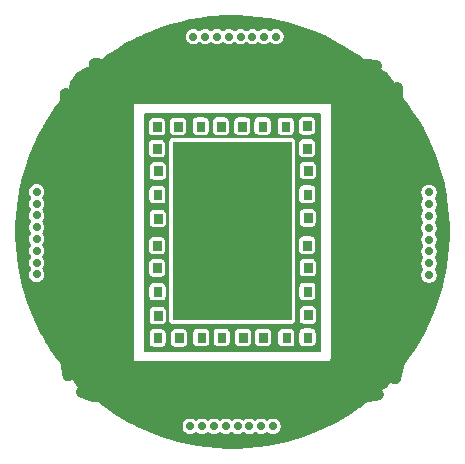
<source format=gtl>
%TF.GenerationSoftware,KiCad,Pcbnew,9.0.2*%
%TF.CreationDate,2025-06-20T10:52:52-04:00*%
%TF.ProjectId,GlassIDC_Mounted_10x15mm,476c6173-7349-4444-935f-4d6f756e7465,rev?*%
%TF.SameCoordinates,Original*%
%TF.FileFunction,Copper,L1,Top*%
%TF.FilePolarity,Positive*%
%FSLAX46Y46*%
G04 Gerber Fmt 4.6, Leading zero omitted, Abs format (unit mm)*
G04 Created by KiCad (PCBNEW 9.0.2) date 2025-06-20 10:52:52*
%MOMM*%
%LPD*%
G01*
G04 APERTURE LIST*
%TA.AperFunction,NonConductor*%
%ADD10C,0.100000*%
%TD*%
%TA.AperFunction,NonConductor*%
%ADD11C,1.000000*%
%TD*%
%TA.AperFunction,ComponentPad*%
%ADD12C,5.000000*%
%TD*%
%TA.AperFunction,ViaPad*%
%ADD13C,0.450000*%
%TD*%
%TA.AperFunction,ViaPad*%
%ADD14C,0.700000*%
%TD*%
%TA.AperFunction,ViaPad*%
%ADD15C,1.500000*%
%TD*%
G04 APERTURE END LIST*
D10*
X142469078Y-102264787D02*
X141817078Y-102264787D01*
X141817078Y-101502787D01*
X142469078Y-101502787D01*
X142469078Y-102264787D01*
%TA.AperFunction,NonConductor*%
G36*
X142469078Y-102264787D02*
G01*
X141817078Y-102264787D01*
X141817078Y-101502787D01*
X142469078Y-101502787D01*
X142469078Y-102264787D01*
G37*
%TD.AperFunction*%
X142499888Y-100253410D02*
X141847888Y-100253410D01*
X141847888Y-99491410D01*
X142499888Y-99491410D01*
X142499888Y-100253410D01*
%TA.AperFunction,NonConductor*%
G36*
X142499888Y-100253410D02*
G01*
X141847888Y-100253410D01*
X141847888Y-99491410D01*
X142499888Y-99491410D01*
X142499888Y-100253410D01*
G37*
%TD.AperFunction*%
X149719514Y-114354919D02*
X149067514Y-114354919D01*
X149067514Y-113592919D01*
X149719514Y-113592919D01*
X149719514Y-114354919D01*
%TA.AperFunction,NonConductor*%
G36*
X149719514Y-114354919D02*
G01*
X149067514Y-114354919D01*
X149067514Y-113592919D01*
X149719514Y-113592919D01*
X149719514Y-114354919D01*
G37*
%TD.AperFunction*%
X155188275Y-104231452D02*
X154536275Y-104231452D01*
X154536275Y-103469452D01*
X155188275Y-103469452D01*
X155188275Y-104231452D01*
%TA.AperFunction,NonConductor*%
G36*
X155188275Y-104231452D02*
G01*
X154536275Y-104231452D01*
X154536275Y-103469452D01*
X155188275Y-103469452D01*
X155188275Y-104231452D01*
G37*
%TD.AperFunction*%
X142441175Y-106577384D02*
X141789175Y-106577384D01*
X141789175Y-105815384D01*
X142441175Y-105815384D01*
X142441175Y-106577384D01*
%TA.AperFunction,NonConductor*%
G36*
X142441175Y-106577384D02*
G01*
X141789175Y-106577384D01*
X141789175Y-105815384D01*
X142441175Y-105815384D01*
X142441175Y-106577384D01*
G37*
%TD.AperFunction*%
X155173936Y-114327484D02*
X154521936Y-114327484D01*
X154521936Y-113565484D01*
X155173936Y-113565484D01*
X155173936Y-114327484D01*
%TA.AperFunction,NonConductor*%
G36*
X155173936Y-114327484D02*
G01*
X154521936Y-114327484D01*
X154521936Y-113565484D01*
X155173936Y-113565484D01*
X155173936Y-114327484D01*
G37*
%TD.AperFunction*%
X144210904Y-96478450D02*
X143558904Y-96478450D01*
X143558904Y-95716450D01*
X144210904Y-95716450D01*
X144210904Y-96478450D01*
%TA.AperFunction,NonConductor*%
G36*
X144210904Y-96478450D02*
G01*
X143558904Y-96478450D01*
X143558904Y-95716450D01*
X144210904Y-95716450D01*
X144210904Y-96478450D01*
G37*
%TD.AperFunction*%
X147899256Y-114347145D02*
X147247256Y-114347145D01*
X147247256Y-113585145D01*
X147899256Y-113585145D01*
X147899256Y-114347145D01*
%TA.AperFunction,NonConductor*%
G36*
X147899256Y-114347145D02*
G01*
X147247256Y-114347145D01*
X147247256Y-113585145D01*
X147899256Y-113585145D01*
X147899256Y-114347145D01*
G37*
%TD.AperFunction*%
X155111937Y-96436468D02*
X154459937Y-96436468D01*
X154459937Y-95674468D01*
X155111937Y-95674468D01*
X155111937Y-96436468D01*
%TA.AperFunction,NonConductor*%
G36*
X155111937Y-96436468D02*
G01*
X154459937Y-96436468D01*
X154459937Y-95674468D01*
X155111937Y-95674468D01*
X155111937Y-96436468D01*
G37*
%TD.AperFunction*%
X147837257Y-96456129D02*
X147185257Y-96456129D01*
X147185257Y-95694129D01*
X147837257Y-95694129D01*
X147837257Y-96456129D01*
%TA.AperFunction,NonConductor*%
G36*
X147837257Y-96456129D02*
G01*
X147185257Y-96456129D01*
X147185257Y-95694129D01*
X147837257Y-95694129D01*
X147837257Y-96456129D01*
G37*
%TD.AperFunction*%
X144281577Y-114391677D02*
X143629577Y-114391677D01*
X143629577Y-113629677D01*
X144281577Y-113629677D01*
X144281577Y-114391677D01*
%TA.AperFunction,NonConductor*%
G36*
X144281577Y-114391677D02*
G01*
X143629577Y-114391677D01*
X143629577Y-113629677D01*
X144281577Y-113629677D01*
X144281577Y-114391677D01*
G37*
%TD.AperFunction*%
D11*
X134599414Y-117184361D02*
G75*
G02*
X135760310Y-118594992I2482086J859661D01*
G01*
D10*
X155135128Y-106538290D02*
X154483128Y-106538290D01*
X154483128Y-105776290D01*
X155135128Y-105776290D01*
X155135128Y-106538290D01*
%TA.AperFunction,NonConductor*%
G36*
X155135128Y-106538290D02*
G01*
X154483128Y-106538290D01*
X154483128Y-105776290D01*
X155135128Y-105776290D01*
X155135128Y-106538290D01*
G37*
%TD.AperFunction*%
X153384758Y-114366806D02*
X152732758Y-114366806D01*
X152732758Y-113604806D01*
X153384758Y-113604806D01*
X153384758Y-114366806D01*
%TA.AperFunction,NonConductor*%
G36*
X153384758Y-114366806D02*
G01*
X152732758Y-114366806D01*
X152732758Y-113604806D01*
X153384758Y-113604806D01*
X153384758Y-114366806D01*
G37*
%TD.AperFunction*%
X151368048Y-96453903D02*
X150716048Y-96453903D01*
X150716048Y-95691903D01*
X151368048Y-95691903D01*
X151368048Y-96453903D01*
%TA.AperFunction,NonConductor*%
G36*
X151368048Y-96453903D02*
G01*
X150716048Y-96453903D01*
X150716048Y-95691903D01*
X151368048Y-95691903D01*
X151368048Y-96453903D01*
G37*
%TD.AperFunction*%
X151430047Y-114344919D02*
X150778047Y-114344919D01*
X150778047Y-113582919D01*
X151430047Y-113582919D01*
X151430047Y-114344919D01*
%TA.AperFunction,NonConductor*%
G36*
X151430047Y-114344919D02*
G01*
X150778047Y-114344919D01*
X150778047Y-113582919D01*
X151430047Y-113582919D01*
X151430047Y-114344919D01*
G37*
%TD.AperFunction*%
X155193953Y-112450906D02*
X154541953Y-112450906D01*
X154541953Y-111688906D01*
X155193953Y-111688906D01*
X155193953Y-112450906D01*
%TA.AperFunction,NonConductor*%
G36*
X155193953Y-112450906D02*
G01*
X154541953Y-112450906D01*
X154541953Y-111688906D01*
X155193953Y-111688906D01*
X155193953Y-112450906D01*
G37*
%TD.AperFunction*%
X142500000Y-112490000D02*
X141848000Y-112490000D01*
X141848000Y-111728000D01*
X142500000Y-111728000D01*
X142500000Y-112490000D01*
%TA.AperFunction,NonConductor*%
G36*
X142500000Y-112490000D02*
G01*
X141848000Y-112490000D01*
X141848000Y-111728000D01*
X142500000Y-111728000D01*
X142500000Y-112490000D01*
G37*
%TD.AperFunction*%
D11*
X162415190Y-92848536D02*
G75*
G02*
X160657566Y-90994575I-2503690J-613464D01*
G01*
D10*
X155168709Y-110445147D02*
X154516709Y-110445147D01*
X154516709Y-109683147D01*
X155168709Y-109683147D01*
X155168709Y-110445147D01*
%TA.AperFunction,NonConductor*%
G36*
X155168709Y-110445147D02*
G01*
X154516709Y-110445147D01*
X154516709Y-109683147D01*
X155168709Y-109683147D01*
X155168709Y-110445147D01*
G37*
%TD.AperFunction*%
X149657515Y-96463903D02*
X149005515Y-96463903D01*
X149005515Y-95701903D01*
X149657515Y-95701903D01*
X149657515Y-96463903D01*
%TA.AperFunction,NonConductor*%
G36*
X149657515Y-96463903D02*
G01*
X149005515Y-96463903D01*
X149005515Y-95701903D01*
X149657515Y-95701903D01*
X149657515Y-96463903D01*
G37*
%TD.AperFunction*%
X142474756Y-110484241D02*
X141822756Y-110484241D01*
X141822756Y-109722241D01*
X142474756Y-109722241D01*
X142474756Y-110484241D01*
%TA.AperFunction,NonConductor*%
G36*
X142474756Y-110484241D02*
G01*
X141822756Y-110484241D01*
X141822756Y-109722241D01*
X142474756Y-109722241D01*
X142474756Y-110484241D01*
G37*
%TD.AperFunction*%
X155199519Y-108433770D02*
X154547519Y-108433770D01*
X154547519Y-107671770D01*
X155199519Y-107671770D01*
X155199519Y-108433770D01*
%TA.AperFunction,NonConductor*%
G36*
X155199519Y-108433770D02*
G01*
X154547519Y-108433770D01*
X154547519Y-107671770D01*
X155199519Y-107671770D01*
X155199519Y-108433770D01*
G37*
%TD.AperFunction*%
D11*
X160800000Y-118800000D02*
G75*
G02*
X162261291Y-117427775I-932400J2457100D01*
G01*
D10*
X146126724Y-96465790D02*
X145474724Y-96465790D01*
X145474724Y-95703790D01*
X146126724Y-95703790D01*
X146126724Y-96465790D01*
%TA.AperFunction,NonConductor*%
G36*
X146126724Y-96465790D02*
G01*
X145474724Y-96465790D01*
X145474724Y-95703790D01*
X146126724Y-95703790D01*
X146126724Y-96465790D01*
G37*
%TD.AperFunction*%
X153322759Y-96475790D02*
X152670759Y-96475790D01*
X152670759Y-95713790D01*
X153322759Y-95713790D01*
X153322759Y-96475790D01*
%TA.AperFunction,NonConductor*%
G36*
X153322759Y-96475790D02*
G01*
X152670759Y-96475790D01*
X152670759Y-95713790D01*
X153322759Y-95713790D01*
X153322759Y-96475790D01*
G37*
%TD.AperFunction*%
X155163031Y-102225693D02*
X154511031Y-102225693D01*
X154511031Y-101463693D01*
X155163031Y-101463693D01*
X155163031Y-102225693D01*
%TA.AperFunction,NonConductor*%
G36*
X155163031Y-102225693D02*
G01*
X154511031Y-102225693D01*
X154511031Y-101463693D01*
X155163031Y-101463693D01*
X155163031Y-102225693D01*
G37*
%TD.AperFunction*%
X142440872Y-108466127D02*
X141788872Y-108466127D01*
X141788872Y-107704127D01*
X142440872Y-107704127D01*
X142440872Y-108466127D01*
%TA.AperFunction,NonConductor*%
G36*
X142440872Y-108466127D02*
G01*
X141788872Y-108466127D01*
X141788872Y-107704127D01*
X142440872Y-107704127D01*
X142440872Y-108466127D01*
G37*
%TD.AperFunction*%
D11*
X136816422Y-90821552D02*
G75*
G02*
X134370103Y-93360784I195378J-2636248D01*
G01*
D10*
X155193841Y-100214316D02*
X154541841Y-100214316D01*
X154541841Y-99452316D01*
X155193841Y-99452316D01*
X155193841Y-100214316D01*
%TA.AperFunction,NonConductor*%
G36*
X155193841Y-100214316D02*
G01*
X154541841Y-100214316D01*
X154541841Y-99452316D01*
X155193841Y-99452316D01*
X155193841Y-100214316D01*
G37*
%TD.AperFunction*%
X142417443Y-96509418D02*
X141765443Y-96509418D01*
X141765443Y-95747418D01*
X142417443Y-95747418D01*
X142417443Y-96509418D01*
%TA.AperFunction,NonConductor*%
G36*
X142417443Y-96509418D02*
G01*
X141765443Y-96509418D01*
X141765443Y-95747418D01*
X142417443Y-95747418D01*
X142417443Y-96509418D01*
G37*
%TD.AperFunction*%
X155129450Y-98318836D02*
X154477450Y-98318836D01*
X154477450Y-97556836D01*
X155129450Y-97556836D01*
X155129450Y-98318836D01*
%TA.AperFunction,NonConductor*%
G36*
X155129450Y-98318836D02*
G01*
X154477450Y-98318836D01*
X154477450Y-97556836D01*
X155129450Y-97556836D01*
X155129450Y-98318836D01*
G37*
%TD.AperFunction*%
X142479442Y-114400434D02*
X141827442Y-114400434D01*
X141827442Y-113638434D01*
X142479442Y-113638434D01*
X142479442Y-114400434D01*
%TA.AperFunction,NonConductor*%
G36*
X142479442Y-114400434D02*
G01*
X141827442Y-114400434D01*
X141827442Y-113638434D01*
X142479442Y-113638434D01*
X142479442Y-114400434D01*
G37*
%TD.AperFunction*%
X143460000Y-97450000D02*
X153460000Y-97450000D01*
X153460000Y-112450000D01*
X143460000Y-112450000D01*
X143460000Y-97450000D01*
%TA.AperFunction,NonConductor*%
G36*
X143460000Y-97450000D02*
G01*
X153460000Y-97450000D01*
X153460000Y-112450000D01*
X143460000Y-112450000D01*
X143460000Y-97450000D01*
G37*
%TD.AperFunction*%
X146188723Y-114356806D02*
X145536723Y-114356806D01*
X145536723Y-113594806D01*
X146188723Y-113594806D01*
X146188723Y-114356806D01*
%TA.AperFunction,NonConductor*%
G36*
X146188723Y-114356806D02*
G01*
X145536723Y-114356806D01*
X145536723Y-113594806D01*
X146188723Y-113594806D01*
X146188723Y-114356806D01*
G37*
%TD.AperFunction*%
X142435497Y-98357930D02*
X141783497Y-98357930D01*
X141783497Y-97595930D01*
X142435497Y-97595930D01*
X142435497Y-98357930D01*
%TA.AperFunction,NonConductor*%
G36*
X142435497Y-98357930D02*
G01*
X141783497Y-98357930D01*
X141783497Y-97595930D01*
X142435497Y-97595930D01*
X142435497Y-98357930D01*
G37*
%TD.AperFunction*%
X142494322Y-104270546D02*
X141842322Y-104270546D01*
X141842322Y-103508546D01*
X142494322Y-103508546D01*
X142494322Y-104270546D01*
%TA.AperFunction,NonConductor*%
G36*
X142494322Y-104270546D02*
G01*
X141842322Y-104270546D01*
X141842322Y-103508546D01*
X142494322Y-103508546D01*
X142494322Y-104270546D01*
G37*
%TD.AperFunction*%
D12*
%TO.P,REF\u002A\u002A,1*%
%TO.N,N/C*%
X137011817Y-93457817D03*
%TD*%
%TO.P,REF\u002A\u002A,1*%
%TO.N,N/C*%
X159867637Y-116342911D03*
%TD*%
%TO.P,REF\u002A\u002A,1*%
%TO.N,N/C*%
X137081545Y-116324726D03*
%TD*%
%TO.P,REF\u002A\u002A,1*%
%TO.N,N/C*%
X159911452Y-93461999D03*
%TD*%
D13*
%TO.N,*%
X148500000Y-116500000D03*
X142091443Y-96128418D03*
D14*
X148183100Y-88496600D03*
X149183100Y-88496600D03*
X133960893Y-96679101D03*
D13*
X142109497Y-97976930D03*
X143955577Y-114010677D03*
X154847936Y-113946484D03*
X154785937Y-96055468D03*
D14*
X151183100Y-88498500D03*
X148926900Y-121493400D03*
X131913050Y-104637000D03*
D13*
X154809128Y-106157290D03*
D14*
X146183100Y-88496600D03*
D15*
X148460000Y-104950000D03*
D14*
X141366669Y-91011201D03*
D13*
X142148756Y-110103241D03*
D14*
X165131900Y-106690000D03*
X151926900Y-121493400D03*
D13*
X154867953Y-112069906D03*
X142114872Y-108085127D03*
X142115175Y-106196384D03*
D14*
X165131900Y-104690000D03*
X131914950Y-101632000D03*
X156500000Y-119000000D03*
D13*
X154862275Y-103850452D03*
D14*
X155922435Y-91344588D03*
D13*
X154873519Y-108052770D03*
D14*
X165130000Y-107690000D03*
X162366750Y-97211137D03*
D13*
X154867841Y-99833316D03*
X148517557Y-93719072D03*
X153058758Y-113985806D03*
D14*
X165131900Y-105690000D03*
X150183100Y-88496600D03*
X165130000Y-108695000D03*
X131913050Y-105637000D03*
D13*
X152996759Y-96094790D03*
D14*
X131913050Y-103637000D03*
X152183100Y-88498500D03*
X134538659Y-112945440D03*
X146926900Y-121493400D03*
X131913050Y-107637000D03*
D13*
X149331515Y-96082903D03*
X151104047Y-113963919D03*
D14*
X131914950Y-102637000D03*
D13*
X157500000Y-105000000D03*
X154842709Y-110064147D03*
X142143078Y-101883787D03*
D14*
X165131900Y-102690000D03*
X144921900Y-121491500D03*
X140138546Y-119211980D03*
D13*
X142173888Y-99872410D03*
D14*
X145183100Y-88496600D03*
D13*
X154803450Y-97937836D03*
D14*
X165131900Y-103690000D03*
D13*
X147573256Y-113966145D03*
X145862723Y-113975806D03*
X142174000Y-112109000D03*
D14*
X147926900Y-121493400D03*
D13*
X143884904Y-96097450D03*
X142153442Y-114019434D03*
D14*
X162855629Y-112766378D03*
X131913050Y-108637000D03*
D13*
X151042048Y-96072903D03*
X149393514Y-113973919D03*
X154837031Y-101844693D03*
D14*
X165131900Y-101690000D03*
X147183100Y-88496600D03*
D13*
X142168322Y-103889546D03*
X147511257Y-96075129D03*
X145800724Y-96084790D03*
X139500000Y-105000000D03*
D14*
X150926900Y-121493400D03*
X131913050Y-106637000D03*
X149926900Y-121493400D03*
X145926900Y-121491500D03*
%TD*%
%TA.AperFunction,NonConductor*%
G36*
X155942121Y-95020002D02*
G01*
X155988614Y-95073658D01*
X156000000Y-95126000D01*
X156000000Y-115074000D01*
X155979998Y-115142121D01*
X155926342Y-115188614D01*
X155874000Y-115200000D01*
X141126000Y-115200000D01*
X141057879Y-115179998D01*
X141011386Y-115126342D01*
X141000000Y-115074000D01*
X141000000Y-113638434D01*
X141471942Y-113638434D01*
X141471942Y-113638438D01*
X141471942Y-114400440D01*
X141482818Y-114487699D01*
X141482820Y-114487706D01*
X141525569Y-114585163D01*
X141529829Y-114594874D01*
X141543781Y-114610030D01*
X141601028Y-114672217D01*
X141609089Y-114680973D01*
X141650316Y-114703284D01*
X141712008Y-114736671D01*
X141712009Y-114736671D01*
X141712011Y-114736672D01*
X141827442Y-114755934D01*
X141827446Y-114755934D01*
X142479446Y-114755934D01*
X142479447Y-114755933D01*
X142514429Y-114751572D01*
X142566707Y-114745057D01*
X142566709Y-114745056D01*
X142566712Y-114745056D01*
X142673882Y-114698047D01*
X142759981Y-114618787D01*
X142815680Y-114515865D01*
X142834942Y-114400434D01*
X142834942Y-113638434D01*
X142833851Y-113629681D01*
X142833851Y-113629677D01*
X143274077Y-113629677D01*
X143274077Y-113629681D01*
X143274077Y-114391683D01*
X143284953Y-114478942D01*
X143284955Y-114478949D01*
X143331962Y-114586113D01*
X143331964Y-114586117D01*
X143340028Y-114594877D01*
X143411123Y-114672107D01*
X143411224Y-114672216D01*
X143458948Y-114698043D01*
X143514143Y-114727914D01*
X143514144Y-114727914D01*
X143514146Y-114727915D01*
X143629577Y-114747177D01*
X143629581Y-114747177D01*
X144281581Y-114747177D01*
X144281582Y-114747176D01*
X144316564Y-114742815D01*
X144368842Y-114736300D01*
X144368844Y-114736299D01*
X144368847Y-114736299D01*
X144476017Y-114689290D01*
X144562116Y-114610030D01*
X144617815Y-114507108D01*
X144637077Y-114391677D01*
X144637077Y-113629677D01*
X144634024Y-113605180D01*
X144632731Y-113594806D01*
X145181223Y-113594806D01*
X145181223Y-113594810D01*
X145181223Y-114356812D01*
X145192099Y-114444071D01*
X145192101Y-114444078D01*
X145239108Y-114551242D01*
X145239110Y-114551246D01*
X145259390Y-114573276D01*
X145316633Y-114635459D01*
X145318370Y-114637345D01*
X145349920Y-114654419D01*
X145421289Y-114693043D01*
X145421290Y-114693043D01*
X145421292Y-114693044D01*
X145536723Y-114712306D01*
X145536727Y-114712306D01*
X146188727Y-114712306D01*
X146188728Y-114712305D01*
X146223710Y-114707944D01*
X146275988Y-114701429D01*
X146275990Y-114701428D01*
X146275993Y-114701428D01*
X146383163Y-114654419D01*
X146469262Y-114575159D01*
X146524961Y-114472237D01*
X146544223Y-114356806D01*
X146544223Y-113594806D01*
X146543988Y-113592923D01*
X146543018Y-113585145D01*
X146891756Y-113585145D01*
X146891756Y-113585149D01*
X146891756Y-114347151D01*
X146902632Y-114434410D01*
X146902634Y-114434417D01*
X146948668Y-114539362D01*
X146949643Y-114541585D01*
X146966457Y-114559850D01*
X147026854Y-114625459D01*
X147028903Y-114627684D01*
X147060453Y-114644758D01*
X147131822Y-114683382D01*
X147131823Y-114683382D01*
X147131825Y-114683383D01*
X147247256Y-114702645D01*
X147247260Y-114702645D01*
X147899260Y-114702645D01*
X147899261Y-114702644D01*
X147936176Y-114698043D01*
X147986521Y-114691768D01*
X147986523Y-114691767D01*
X147986526Y-114691767D01*
X148093696Y-114644758D01*
X148179795Y-114565498D01*
X148235494Y-114462576D01*
X148254756Y-114347145D01*
X148254756Y-113592919D01*
X148712014Y-113592919D01*
X148712014Y-113592923D01*
X148712014Y-114354925D01*
X148722890Y-114442184D01*
X148722892Y-114442191D01*
X148765516Y-114539362D01*
X148769901Y-114549359D01*
X148771638Y-114551246D01*
X148842004Y-114627684D01*
X148849161Y-114635458D01*
X148900622Y-114663307D01*
X148952080Y-114691156D01*
X148952081Y-114691156D01*
X148952083Y-114691157D01*
X149067514Y-114710419D01*
X149067518Y-114710419D01*
X149719518Y-114710419D01*
X149719519Y-114710418D01*
X149754501Y-114706057D01*
X149806779Y-114699542D01*
X149806781Y-114699541D01*
X149806784Y-114699541D01*
X149913954Y-114652532D01*
X150000053Y-114573272D01*
X150055752Y-114470350D01*
X150075014Y-114354919D01*
X150075014Y-113592919D01*
X150075014Y-113592915D01*
X150073768Y-113582919D01*
X150422547Y-113582919D01*
X150422547Y-113582923D01*
X150422547Y-114344925D01*
X150433423Y-114432184D01*
X150433425Y-114432191D01*
X150480432Y-114539355D01*
X150480434Y-114539359D01*
X150500585Y-114561249D01*
X150559362Y-114625098D01*
X150559694Y-114625458D01*
X150600139Y-114647346D01*
X150662613Y-114681156D01*
X150662614Y-114681156D01*
X150662616Y-114681157D01*
X150778047Y-114700419D01*
X150778051Y-114700419D01*
X151430051Y-114700419D01*
X151430052Y-114700418D01*
X151465034Y-114696057D01*
X151517312Y-114689542D01*
X151517314Y-114689541D01*
X151517317Y-114689541D01*
X151624487Y-114642532D01*
X151710586Y-114563272D01*
X151766285Y-114460350D01*
X151785547Y-114344919D01*
X151785547Y-113604806D01*
X152377258Y-113604806D01*
X152377258Y-113604810D01*
X152377258Y-114366812D01*
X152388134Y-114454071D01*
X152388136Y-114454078D01*
X152434538Y-114559862D01*
X152435145Y-114561246D01*
X152458043Y-114586120D01*
X152512019Y-114644754D01*
X152514405Y-114647345D01*
X152545955Y-114664419D01*
X152617324Y-114703043D01*
X152617325Y-114703043D01*
X152617327Y-114703044D01*
X152732758Y-114722306D01*
X152732762Y-114722306D01*
X153384762Y-114722306D01*
X153384763Y-114722305D01*
X153419745Y-114717944D01*
X153472023Y-114711429D01*
X153472025Y-114711428D01*
X153472028Y-114711428D01*
X153579198Y-114664419D01*
X153665297Y-114585159D01*
X153720996Y-114482237D01*
X153740258Y-114366806D01*
X153740258Y-113604806D01*
X153739011Y-113594804D01*
X153736650Y-113575859D01*
X153736650Y-113575858D01*
X153735357Y-113565484D01*
X154166436Y-113565484D01*
X154166436Y-113565488D01*
X154166436Y-114327490D01*
X154177312Y-114414749D01*
X154177314Y-114414756D01*
X154217487Y-114506340D01*
X154224323Y-114521924D01*
X154240373Y-114539359D01*
X154291474Y-114594870D01*
X154303583Y-114608023D01*
X154335133Y-114625097D01*
X154406502Y-114663721D01*
X154406503Y-114663721D01*
X154406505Y-114663722D01*
X154521936Y-114682984D01*
X154521940Y-114682984D01*
X155173940Y-114682984D01*
X155173941Y-114682983D01*
X155208923Y-114678622D01*
X155261201Y-114672107D01*
X155261203Y-114672106D01*
X155261206Y-114672106D01*
X155368376Y-114625097D01*
X155454475Y-114545837D01*
X155510174Y-114442915D01*
X155529436Y-114327484D01*
X155529436Y-113565484D01*
X155529436Y-113565479D01*
X155518559Y-113478218D01*
X155518557Y-113478211D01*
X155489215Y-113411319D01*
X155471549Y-113371044D01*
X155419280Y-113314265D01*
X155392293Y-113284949D01*
X155392291Y-113284948D01*
X155392289Y-113284945D01*
X155372392Y-113274177D01*
X155289369Y-113229246D01*
X155239112Y-113220860D01*
X155173936Y-113209984D01*
X154521936Y-113209984D01*
X154521929Y-113209984D01*
X154434670Y-113220860D01*
X154434663Y-113220862D01*
X154327499Y-113267869D01*
X154327492Y-113267874D01*
X154241401Y-113347126D01*
X154241395Y-113347134D01*
X154185698Y-113450050D01*
X154179137Y-113489372D01*
X154166436Y-113565484D01*
X153735357Y-113565484D01*
X153733571Y-113551161D01*
X153729380Y-113517536D01*
X153724995Y-113507540D01*
X153697123Y-113443997D01*
X153682371Y-113410366D01*
X153626010Y-113349142D01*
X153603115Y-113324271D01*
X153603113Y-113324270D01*
X153603111Y-113324267D01*
X153571567Y-113307196D01*
X153500191Y-113268568D01*
X153449934Y-113260182D01*
X153384758Y-113249306D01*
X152732758Y-113249306D01*
X152732751Y-113249306D01*
X152645492Y-113260182D01*
X152645485Y-113260184D01*
X152538321Y-113307191D01*
X152538314Y-113307196D01*
X152452223Y-113386448D01*
X152452217Y-113386456D01*
X152396520Y-113489372D01*
X152392370Y-113514243D01*
X152377258Y-113604806D01*
X151785547Y-113604806D01*
X151785547Y-113582919D01*
X151781589Y-113551164D01*
X151774670Y-113495653D01*
X151774668Y-113495646D01*
X151746504Y-113431439D01*
X151727660Y-113388479D01*
X151668552Y-113324271D01*
X151648404Y-113302384D01*
X151648402Y-113302383D01*
X151648400Y-113302380D01*
X151620969Y-113287535D01*
X151545480Y-113246681D01*
X151495223Y-113238295D01*
X151430047Y-113227419D01*
X150778047Y-113227419D01*
X150778040Y-113227419D01*
X150690781Y-113238295D01*
X150690774Y-113238297D01*
X150583610Y-113285304D01*
X150583603Y-113285309D01*
X150497512Y-113364561D01*
X150497506Y-113364569D01*
X150441809Y-113467485D01*
X150434007Y-113514243D01*
X150422547Y-113582919D01*
X150073768Y-113582919D01*
X150064137Y-113505653D01*
X150064135Y-113505646D01*
X150033252Y-113435240D01*
X150017127Y-113398479D01*
X149969853Y-113347126D01*
X149937871Y-113312384D01*
X149937869Y-113312383D01*
X149937867Y-113312380D01*
X149909804Y-113297193D01*
X149834947Y-113256681D01*
X149790749Y-113249306D01*
X149719514Y-113237419D01*
X149067514Y-113237419D01*
X149067507Y-113237419D01*
X148980248Y-113248295D01*
X148980241Y-113248297D01*
X148873077Y-113295304D01*
X148873070Y-113295309D01*
X148786979Y-113374561D01*
X148786973Y-113374569D01*
X148731276Y-113477485D01*
X148723681Y-113523000D01*
X148712014Y-113592919D01*
X148254756Y-113592919D01*
X148254756Y-113585145D01*
X148249542Y-113543317D01*
X148243879Y-113497879D01*
X148243877Y-113497872D01*
X148216401Y-113435233D01*
X148196869Y-113390705D01*
X148135708Y-113324267D01*
X148117613Y-113304610D01*
X148117611Y-113304609D01*
X148117609Y-113304606D01*
X148086065Y-113287535D01*
X148014689Y-113248907D01*
X147964432Y-113240521D01*
X147899256Y-113229645D01*
X147247256Y-113229645D01*
X147247249Y-113229645D01*
X147159990Y-113240521D01*
X147159983Y-113240523D01*
X147052819Y-113287530D01*
X147052812Y-113287535D01*
X146966721Y-113366787D01*
X146966715Y-113366795D01*
X146911018Y-113469711D01*
X146905021Y-113505653D01*
X146891756Y-113585145D01*
X146543018Y-113585145D01*
X146537804Y-113543311D01*
X146533345Y-113507536D01*
X146532517Y-113505649D01*
X146494984Y-113420081D01*
X146486336Y-113400366D01*
X146423462Y-113332067D01*
X146407080Y-113314271D01*
X146407078Y-113314270D01*
X146407076Y-113314267D01*
X146389224Y-113304606D01*
X146304156Y-113258568D01*
X146253899Y-113250182D01*
X146188723Y-113239306D01*
X145536723Y-113239306D01*
X145536716Y-113239306D01*
X145449457Y-113250182D01*
X145449450Y-113250184D01*
X145342286Y-113297191D01*
X145342279Y-113297196D01*
X145256188Y-113376448D01*
X145256182Y-113376456D01*
X145200485Y-113479372D01*
X145194117Y-113517536D01*
X145181223Y-113594806D01*
X144632731Y-113594806D01*
X144626200Y-113542411D01*
X144626198Y-113542404D01*
X144594312Y-113469711D01*
X144579190Y-113435237D01*
X144523334Y-113374561D01*
X144499934Y-113349142D01*
X144499932Y-113349141D01*
X144499930Y-113349138D01*
X144468386Y-113332067D01*
X144397010Y-113293439D01*
X144358531Y-113287018D01*
X144281577Y-113274177D01*
X143629577Y-113274177D01*
X143629570Y-113274177D01*
X143542311Y-113285053D01*
X143542304Y-113285055D01*
X143435140Y-113332062D01*
X143435133Y-113332067D01*
X143349042Y-113411319D01*
X143349036Y-113411327D01*
X143293339Y-113514243D01*
X143291542Y-113525012D01*
X143274077Y-113629677D01*
X142833851Y-113629677D01*
X142824065Y-113551168D01*
X142824063Y-113551161D01*
X142796353Y-113487990D01*
X142777055Y-113443994D01*
X142727995Y-113390701D01*
X142697799Y-113357899D01*
X142697797Y-113357898D01*
X142697795Y-113357895D01*
X142666251Y-113340824D01*
X142594875Y-113302196D01*
X142544618Y-113293810D01*
X142479442Y-113282934D01*
X141827442Y-113282934D01*
X141827435Y-113282934D01*
X141740176Y-113293810D01*
X141740169Y-113293812D01*
X141633005Y-113340819D01*
X141632998Y-113340824D01*
X141546907Y-113420076D01*
X141546901Y-113420084D01*
X141491204Y-113523000D01*
X141482948Y-113572473D01*
X141471942Y-113638434D01*
X141000000Y-113638434D01*
X141000000Y-111728000D01*
X141492500Y-111728000D01*
X141492500Y-111728004D01*
X141492500Y-112490006D01*
X141503376Y-112577265D01*
X141503378Y-112577272D01*
X141550385Y-112684436D01*
X141550387Y-112684440D01*
X141629647Y-112770539D01*
X141675822Y-112795528D01*
X141732566Y-112826237D01*
X141732567Y-112826237D01*
X141732569Y-112826238D01*
X141848000Y-112845500D01*
X141848004Y-112845500D01*
X142500004Y-112845500D01*
X142500005Y-112845499D01*
X142534987Y-112841138D01*
X142587265Y-112834623D01*
X142587267Y-112834622D01*
X142587270Y-112834622D01*
X142694440Y-112787613D01*
X142780539Y-112708353D01*
X142836238Y-112605431D01*
X142855500Y-112490000D01*
X142855500Y-111728000D01*
X142850626Y-111688899D01*
X142844623Y-111640734D01*
X142844621Y-111640727D01*
X142797614Y-111533563D01*
X142797613Y-111533560D01*
X142718353Y-111447461D01*
X142686809Y-111430390D01*
X142615433Y-111391762D01*
X142565176Y-111383376D01*
X142500000Y-111372500D01*
X141848000Y-111372500D01*
X141847993Y-111372500D01*
X141760734Y-111383376D01*
X141760727Y-111383378D01*
X141653563Y-111430385D01*
X141653556Y-111430390D01*
X141567465Y-111509642D01*
X141567459Y-111509650D01*
X141511762Y-111612566D01*
X141507063Y-111640727D01*
X141492500Y-111728000D01*
X141000000Y-111728000D01*
X141000000Y-109722241D01*
X141467256Y-109722241D01*
X141467256Y-109722245D01*
X141467256Y-110484247D01*
X141478132Y-110571506D01*
X141478134Y-110571513D01*
X141525141Y-110678677D01*
X141525143Y-110678681D01*
X141604403Y-110764780D01*
X141650578Y-110789769D01*
X141707322Y-110820478D01*
X141707323Y-110820478D01*
X141707325Y-110820479D01*
X141822756Y-110839741D01*
X141822760Y-110839741D01*
X142474760Y-110839741D01*
X142474761Y-110839740D01*
X142509743Y-110835379D01*
X142562021Y-110828864D01*
X142562023Y-110828863D01*
X142562026Y-110828863D01*
X142669196Y-110781854D01*
X142755295Y-110702594D01*
X142810994Y-110599672D01*
X142830256Y-110484241D01*
X142830256Y-109722241D01*
X142819572Y-109636525D01*
X142819379Y-109634975D01*
X142819377Y-109634968D01*
X142772370Y-109527804D01*
X142772369Y-109527801D01*
X142693109Y-109441702D01*
X142661565Y-109424631D01*
X142590189Y-109386003D01*
X142539932Y-109377617D01*
X142474756Y-109366741D01*
X141822756Y-109366741D01*
X141822749Y-109366741D01*
X141735490Y-109377617D01*
X141735483Y-109377619D01*
X141628319Y-109424626D01*
X141628312Y-109424631D01*
X141542221Y-109503883D01*
X141542215Y-109503891D01*
X141486518Y-109606807D01*
X141482180Y-109632804D01*
X141467256Y-109722241D01*
X141000000Y-109722241D01*
X141000000Y-107704127D01*
X141433372Y-107704127D01*
X141433372Y-107704131D01*
X141433372Y-108466133D01*
X141444248Y-108553392D01*
X141444250Y-108553399D01*
X141478261Y-108630935D01*
X141491259Y-108660567D01*
X141491262Y-108660570D01*
X141540727Y-108714304D01*
X141570519Y-108746666D01*
X141602069Y-108763740D01*
X141673438Y-108802364D01*
X141673439Y-108802364D01*
X141673441Y-108802365D01*
X141788872Y-108821627D01*
X141788876Y-108821627D01*
X142440876Y-108821627D01*
X142440877Y-108821626D01*
X142475859Y-108817265D01*
X142528137Y-108810750D01*
X142528139Y-108810749D01*
X142528142Y-108810749D01*
X142635312Y-108763740D01*
X142721411Y-108684480D01*
X142777110Y-108581558D01*
X142796372Y-108466127D01*
X142796372Y-107704127D01*
X142786626Y-107625935D01*
X142785495Y-107616861D01*
X142785493Y-107616854D01*
X142738486Y-107509690D01*
X142738485Y-107509687D01*
X142659225Y-107423588D01*
X142627681Y-107406517D01*
X142556305Y-107367889D01*
X142506048Y-107359503D01*
X142440872Y-107348627D01*
X141788872Y-107348627D01*
X141788865Y-107348627D01*
X141701606Y-107359503D01*
X141701599Y-107359505D01*
X141594435Y-107406512D01*
X141594428Y-107406517D01*
X141508337Y-107485769D01*
X141508331Y-107485777D01*
X141452634Y-107588693D01*
X141446420Y-107625932D01*
X141433372Y-107704127D01*
X141000000Y-107704127D01*
X141000000Y-105815384D01*
X141433675Y-105815384D01*
X141433675Y-105815388D01*
X141433675Y-106577390D01*
X141444551Y-106664649D01*
X141444553Y-106664656D01*
X141491560Y-106771820D01*
X141491562Y-106771824D01*
X141491565Y-106771827D01*
X141542120Y-106826745D01*
X141570822Y-106857923D01*
X141616997Y-106882912D01*
X141673741Y-106913621D01*
X141673742Y-106913621D01*
X141673744Y-106913622D01*
X141789175Y-106932884D01*
X141789179Y-106932884D01*
X142441179Y-106932884D01*
X142441180Y-106932883D01*
X142476162Y-106928522D01*
X142528440Y-106922007D01*
X142528442Y-106922006D01*
X142528445Y-106922006D01*
X142635615Y-106874997D01*
X142721714Y-106795737D01*
X142777413Y-106692815D01*
X142796675Y-106577384D01*
X142796675Y-105815384D01*
X142791801Y-105776283D01*
X142785798Y-105728118D01*
X142785796Y-105728111D01*
X142738789Y-105620947D01*
X142738788Y-105620944D01*
X142659528Y-105534845D01*
X142627984Y-105517774D01*
X142556608Y-105479146D01*
X142506351Y-105470760D01*
X142441175Y-105459884D01*
X141789175Y-105459884D01*
X141789168Y-105459884D01*
X141701909Y-105470760D01*
X141701902Y-105470762D01*
X141594738Y-105517769D01*
X141594731Y-105517774D01*
X141508640Y-105597026D01*
X141508634Y-105597034D01*
X141452937Y-105699950D01*
X141448238Y-105728111D01*
X141433675Y-105815384D01*
X141000000Y-105815384D01*
X141000000Y-103508546D01*
X141486822Y-103508546D01*
X141486822Y-103508550D01*
X141486822Y-104270552D01*
X141497698Y-104357811D01*
X141497700Y-104357818D01*
X141544707Y-104464982D01*
X141544709Y-104464986D01*
X141623969Y-104551085D01*
X141670144Y-104576074D01*
X141726888Y-104606783D01*
X141726889Y-104606783D01*
X141726891Y-104606784D01*
X141842322Y-104626046D01*
X141842326Y-104626046D01*
X142494326Y-104626046D01*
X142494327Y-104626045D01*
X142529309Y-104621684D01*
X142581587Y-104615169D01*
X142581589Y-104615168D01*
X142581592Y-104615168D01*
X142688762Y-104568159D01*
X142774861Y-104488899D01*
X142830560Y-104385977D01*
X142849822Y-104270546D01*
X142849822Y-103508546D01*
X142844948Y-103469445D01*
X142838945Y-103421280D01*
X142838943Y-103421273D01*
X142798412Y-103328873D01*
X142791935Y-103314106D01*
X142733928Y-103251094D01*
X142712679Y-103228011D01*
X142712677Y-103228010D01*
X142712675Y-103228007D01*
X142681131Y-103210936D01*
X142609755Y-103172308D01*
X142559498Y-103163922D01*
X142494322Y-103153046D01*
X141842322Y-103153046D01*
X141842315Y-103153046D01*
X141755056Y-103163922D01*
X141755049Y-103163924D01*
X141647885Y-103210931D01*
X141647878Y-103210936D01*
X141561787Y-103290188D01*
X141561781Y-103290196D01*
X141506084Y-103393112D01*
X141501385Y-103421273D01*
X141486822Y-103508546D01*
X141000000Y-103508546D01*
X141000000Y-101502787D01*
X141461578Y-101502787D01*
X141461578Y-101502791D01*
X141461578Y-102264793D01*
X141472454Y-102352052D01*
X141472456Y-102352059D01*
X141514213Y-102447254D01*
X141519465Y-102459227D01*
X141598725Y-102545326D01*
X141644900Y-102570315D01*
X141701644Y-102601024D01*
X141701645Y-102601024D01*
X141701647Y-102601025D01*
X141817078Y-102620287D01*
X141817082Y-102620287D01*
X142469082Y-102620287D01*
X142469083Y-102620286D01*
X142504065Y-102615925D01*
X142556343Y-102609410D01*
X142556345Y-102609409D01*
X142556348Y-102609409D01*
X142663518Y-102562400D01*
X142749617Y-102483140D01*
X142805316Y-102380218D01*
X142824578Y-102264787D01*
X142824578Y-101502787D01*
X142817033Y-101442253D01*
X142813701Y-101415521D01*
X142813699Y-101415514D01*
X142766692Y-101308350D01*
X142766691Y-101308347D01*
X142687431Y-101222248D01*
X142655887Y-101205177D01*
X142584511Y-101166549D01*
X142534254Y-101158163D01*
X142469078Y-101147287D01*
X141817078Y-101147287D01*
X141817071Y-101147287D01*
X141729812Y-101158163D01*
X141729805Y-101158165D01*
X141622641Y-101205172D01*
X141622634Y-101205177D01*
X141536543Y-101284429D01*
X141536537Y-101284437D01*
X141480840Y-101387353D01*
X141476141Y-101415514D01*
X141461578Y-101502787D01*
X141000000Y-101502787D01*
X141000000Y-99491410D01*
X141492388Y-99491410D01*
X141492388Y-99491414D01*
X141492388Y-100253416D01*
X141503264Y-100340675D01*
X141503266Y-100340682D01*
X141550273Y-100447846D01*
X141550275Y-100447850D01*
X141629535Y-100533949D01*
X141675710Y-100558938D01*
X141732454Y-100589647D01*
X141732455Y-100589647D01*
X141732457Y-100589648D01*
X141847888Y-100608910D01*
X141847892Y-100608910D01*
X142499892Y-100608910D01*
X142499893Y-100608909D01*
X142534875Y-100604548D01*
X142587153Y-100598033D01*
X142587155Y-100598032D01*
X142587158Y-100598032D01*
X142694328Y-100551023D01*
X142780427Y-100471763D01*
X142832446Y-100375639D01*
X142836125Y-100368843D01*
X142836125Y-100368842D01*
X142836126Y-100368841D01*
X142855388Y-100253410D01*
X142855388Y-99491410D01*
X142850514Y-99452309D01*
X142844511Y-99404144D01*
X142844509Y-99404137D01*
X142820488Y-99349376D01*
X142797501Y-99296970D01*
X142718241Y-99210871D01*
X142686697Y-99193800D01*
X142615321Y-99155172D01*
X142565064Y-99146786D01*
X142499888Y-99135910D01*
X141847888Y-99135910D01*
X141847881Y-99135910D01*
X141760622Y-99146786D01*
X141760615Y-99146788D01*
X141653451Y-99193795D01*
X141653444Y-99193800D01*
X141567353Y-99273052D01*
X141567347Y-99273060D01*
X141511650Y-99375976D01*
X141506951Y-99404137D01*
X141492388Y-99491410D01*
X141000000Y-99491410D01*
X141000000Y-97595930D01*
X141427997Y-97595930D01*
X141427997Y-97595934D01*
X141427997Y-98357936D01*
X141438873Y-98445195D01*
X141438875Y-98445202D01*
X141485882Y-98552366D01*
X141485884Y-98552370D01*
X141565144Y-98638469D01*
X141611319Y-98663458D01*
X141668063Y-98694167D01*
X141668064Y-98694167D01*
X141668066Y-98694168D01*
X141783497Y-98713430D01*
X141783501Y-98713430D01*
X142435501Y-98713430D01*
X142435502Y-98713429D01*
X142470484Y-98709068D01*
X142522762Y-98702553D01*
X142522764Y-98702552D01*
X142522767Y-98702552D01*
X142629937Y-98655543D01*
X142716036Y-98576283D01*
X142771735Y-98473361D01*
X142790997Y-98357930D01*
X142790997Y-97595930D01*
X142786123Y-97556829D01*
X142780120Y-97508664D01*
X142780119Y-97508661D01*
X142762972Y-97469570D01*
X142734148Y-97403856D01*
X143109500Y-97403856D01*
X143109500Y-112496144D01*
X143120763Y-112538178D01*
X143133386Y-112585288D01*
X143133388Y-112585292D01*
X143179529Y-112665210D01*
X143179531Y-112665213D01*
X143244786Y-112730468D01*
X143244789Y-112730470D01*
X143307824Y-112766863D01*
X143324712Y-112776614D01*
X143413856Y-112800500D01*
X143413858Y-112800500D01*
X153506142Y-112800500D01*
X153506144Y-112800500D01*
X153595288Y-112776614D01*
X153675212Y-112730469D01*
X153740469Y-112665212D01*
X153786614Y-112585288D01*
X153810500Y-112496144D01*
X153810500Y-111688906D01*
X154186453Y-111688906D01*
X154186453Y-111688910D01*
X154186453Y-112450912D01*
X154197329Y-112538171D01*
X154197331Y-112538178D01*
X154244338Y-112645342D01*
X154244340Y-112645346D01*
X154244343Y-112645349D01*
X154322701Y-112730469D01*
X154323600Y-112731445D01*
X154355150Y-112748519D01*
X154426519Y-112787143D01*
X154426520Y-112787143D01*
X154426522Y-112787144D01*
X154541953Y-112806406D01*
X154541957Y-112806406D01*
X155193957Y-112806406D01*
X155193958Y-112806405D01*
X155241335Y-112800500D01*
X155281218Y-112795529D01*
X155281220Y-112795528D01*
X155281223Y-112795528D01*
X155388393Y-112748519D01*
X155474492Y-112669259D01*
X155530191Y-112566337D01*
X155549453Y-112450906D01*
X155549453Y-111688906D01*
X155547247Y-111671212D01*
X155538576Y-111601640D01*
X155538574Y-111601633D01*
X155491567Y-111494469D01*
X155491566Y-111494466D01*
X155412306Y-111408367D01*
X155380762Y-111391296D01*
X155309386Y-111352668D01*
X155259129Y-111344282D01*
X155193953Y-111333406D01*
X154541953Y-111333406D01*
X154541946Y-111333406D01*
X154454687Y-111344282D01*
X154454680Y-111344284D01*
X154347516Y-111391291D01*
X154347509Y-111391296D01*
X154261418Y-111470548D01*
X154261412Y-111470556D01*
X154205715Y-111573472D01*
X154201016Y-111601633D01*
X154186453Y-111688906D01*
X153810500Y-111688906D01*
X153810500Y-109683147D01*
X154161209Y-109683147D01*
X154161209Y-109683151D01*
X154161209Y-110445153D01*
X154172085Y-110532412D01*
X154172087Y-110532419D01*
X154219094Y-110639583D01*
X154219096Y-110639587D01*
X154219099Y-110639590D01*
X154277094Y-110702590D01*
X154298356Y-110725686D01*
X154329906Y-110742760D01*
X154401275Y-110781384D01*
X154401276Y-110781384D01*
X154401278Y-110781385D01*
X154516709Y-110800647D01*
X154516713Y-110800647D01*
X155168713Y-110800647D01*
X155168714Y-110800646D01*
X155203696Y-110796285D01*
X155255974Y-110789770D01*
X155255976Y-110789769D01*
X155255979Y-110789769D01*
X155363149Y-110742760D01*
X155449248Y-110663500D01*
X155504947Y-110560578D01*
X155524209Y-110445147D01*
X155524209Y-109683147D01*
X155518398Y-109636525D01*
X155513332Y-109595881D01*
X155513330Y-109595874D01*
X155466323Y-109488710D01*
X155466322Y-109488707D01*
X155387062Y-109402608D01*
X155355518Y-109385537D01*
X155284142Y-109346909D01*
X155233885Y-109338523D01*
X155168709Y-109327647D01*
X154516709Y-109327647D01*
X154516702Y-109327647D01*
X154429443Y-109338523D01*
X154429436Y-109338525D01*
X154322272Y-109385532D01*
X154322265Y-109385537D01*
X154236174Y-109464789D01*
X154236168Y-109464797D01*
X154180471Y-109567713D01*
X154175772Y-109595874D01*
X154161209Y-109683147D01*
X153810500Y-109683147D01*
X153810500Y-107671770D01*
X154192019Y-107671770D01*
X154192019Y-107671774D01*
X154192019Y-108433776D01*
X154202895Y-108521035D01*
X154202897Y-108521042D01*
X154229443Y-108581560D01*
X154249906Y-108628210D01*
X154249909Y-108628213D01*
X154316977Y-108701069D01*
X154329166Y-108714309D01*
X154360716Y-108731383D01*
X154432085Y-108770007D01*
X154432086Y-108770007D01*
X154432088Y-108770008D01*
X154547519Y-108789270D01*
X154547523Y-108789270D01*
X155199523Y-108789270D01*
X155199524Y-108789269D01*
X155234506Y-108784908D01*
X155286784Y-108778393D01*
X155286786Y-108778392D01*
X155286789Y-108778392D01*
X155393959Y-108731383D01*
X155480058Y-108652123D01*
X155535757Y-108549201D01*
X155555019Y-108433770D01*
X155555019Y-107671770D01*
X155549306Y-107625935D01*
X155544142Y-107584504D01*
X155544140Y-107584497D01*
X155500836Y-107485774D01*
X155497132Y-107477330D01*
X155417872Y-107391231D01*
X155386328Y-107374160D01*
X155314952Y-107335532D01*
X155264695Y-107327146D01*
X155199519Y-107316270D01*
X154547519Y-107316270D01*
X154547512Y-107316270D01*
X154460253Y-107327146D01*
X154460246Y-107327148D01*
X154353082Y-107374155D01*
X154353075Y-107374160D01*
X154266984Y-107453412D01*
X154266978Y-107453420D01*
X154211281Y-107556336D01*
X154203025Y-107605809D01*
X154192019Y-107671770D01*
X153810500Y-107671770D01*
X153810500Y-105776290D01*
X154127628Y-105776290D01*
X154127628Y-105776294D01*
X154127628Y-106538296D01*
X154138504Y-106625555D01*
X154138506Y-106625562D01*
X154171625Y-106701064D01*
X154185515Y-106732730D01*
X154185518Y-106732733D01*
X154243513Y-106795733D01*
X154264775Y-106818829D01*
X154296325Y-106835903D01*
X154367694Y-106874527D01*
X154367695Y-106874527D01*
X154367697Y-106874528D01*
X154483128Y-106893790D01*
X154483132Y-106893790D01*
X155135132Y-106893790D01*
X155135133Y-106893789D01*
X155170115Y-106889428D01*
X155222393Y-106882913D01*
X155222395Y-106882912D01*
X155222398Y-106882912D01*
X155329568Y-106835903D01*
X155415667Y-106756643D01*
X155471366Y-106653721D01*
X155490628Y-106538290D01*
X155490628Y-105776290D01*
X155487858Y-105754064D01*
X155479751Y-105689024D01*
X155479749Y-105689017D01*
X155432742Y-105581853D01*
X155432741Y-105581850D01*
X155357628Y-105500256D01*
X155353485Y-105495755D01*
X155353483Y-105495754D01*
X155353481Y-105495751D01*
X155321937Y-105478680D01*
X155250561Y-105440052D01*
X155200304Y-105431666D01*
X155135128Y-105420790D01*
X154483128Y-105420790D01*
X154483121Y-105420790D01*
X154395862Y-105431666D01*
X154395855Y-105431668D01*
X154288691Y-105478675D01*
X154288684Y-105478680D01*
X154202593Y-105557932D01*
X154202587Y-105557940D01*
X154146890Y-105660856D01*
X154142191Y-105689017D01*
X154127628Y-105776290D01*
X153810500Y-105776290D01*
X153810500Y-103469452D01*
X154180775Y-103469452D01*
X154180775Y-103469456D01*
X154180775Y-104231458D01*
X154191651Y-104318717D01*
X154191653Y-104318724D01*
X154238660Y-104425888D01*
X154238662Y-104425892D01*
X154238665Y-104425895D01*
X154296660Y-104488895D01*
X154317922Y-104511991D01*
X154349472Y-104529065D01*
X154420841Y-104567689D01*
X154420842Y-104567689D01*
X154420844Y-104567690D01*
X154536275Y-104586952D01*
X154536279Y-104586952D01*
X155188279Y-104586952D01*
X155188280Y-104586951D01*
X155223262Y-104582590D01*
X155275540Y-104576075D01*
X155275542Y-104576074D01*
X155275545Y-104576074D01*
X155382715Y-104529065D01*
X155468814Y-104449805D01*
X155524513Y-104346883D01*
X155543775Y-104231452D01*
X155543775Y-103469452D01*
X155541008Y-103447253D01*
X155532898Y-103382186D01*
X155532896Y-103382179D01*
X155492545Y-103290188D01*
X155485888Y-103275012D01*
X155406628Y-103188913D01*
X155375084Y-103171842D01*
X155303708Y-103133214D01*
X155253451Y-103124828D01*
X155188275Y-103113952D01*
X154536275Y-103113952D01*
X154536268Y-103113952D01*
X154449009Y-103124828D01*
X154449002Y-103124830D01*
X154341838Y-103171837D01*
X154341831Y-103171842D01*
X154255740Y-103251094D01*
X154255734Y-103251102D01*
X154200037Y-103354018D01*
X154195389Y-103381873D01*
X154180775Y-103469452D01*
X153810500Y-103469452D01*
X153810500Y-101463693D01*
X154155531Y-101463693D01*
X154155531Y-101463697D01*
X154155531Y-102225699D01*
X154166407Y-102312958D01*
X154166409Y-102312965D01*
X154213416Y-102420129D01*
X154213418Y-102420133D01*
X154213421Y-102420136D01*
X154287176Y-102500256D01*
X154292678Y-102506232D01*
X154324228Y-102523306D01*
X154395597Y-102561930D01*
X154395598Y-102561930D01*
X154395600Y-102561931D01*
X154511031Y-102581193D01*
X154511035Y-102581193D01*
X155163035Y-102581193D01*
X155163036Y-102581192D01*
X155198018Y-102576831D01*
X155250296Y-102570316D01*
X155250298Y-102570315D01*
X155250301Y-102570315D01*
X155357471Y-102523306D01*
X155443570Y-102444046D01*
X155499269Y-102341124D01*
X155518531Y-102225693D01*
X155518531Y-101463693D01*
X155515859Y-101442253D01*
X155507654Y-101376427D01*
X155507652Y-101376420D01*
X155463310Y-101275331D01*
X155460644Y-101269253D01*
X155412846Y-101217331D01*
X155381388Y-101183158D01*
X155381386Y-101183157D01*
X155381384Y-101183154D01*
X155349840Y-101166083D01*
X155278464Y-101127455D01*
X155228207Y-101119069D01*
X155163031Y-101108193D01*
X154511031Y-101108193D01*
X154511024Y-101108193D01*
X154423765Y-101119069D01*
X154423758Y-101119071D01*
X154316594Y-101166078D01*
X154316587Y-101166083D01*
X154230496Y-101245335D01*
X154230490Y-101245343D01*
X154174793Y-101348259D01*
X154169184Y-101381873D01*
X154155531Y-101463693D01*
X153810500Y-101463693D01*
X153810500Y-99452316D01*
X154186341Y-99452316D01*
X154186341Y-99452320D01*
X154186341Y-100214322D01*
X154197217Y-100301581D01*
X154197219Y-100301588D01*
X154244226Y-100408752D01*
X154244228Y-100408756D01*
X154244231Y-100408759D01*
X154302226Y-100471759D01*
X154323488Y-100494855D01*
X154355038Y-100511929D01*
X154426407Y-100550553D01*
X154426408Y-100550553D01*
X154426410Y-100550554D01*
X154541841Y-100569816D01*
X154541845Y-100569816D01*
X155193845Y-100569816D01*
X155193846Y-100569815D01*
X155228828Y-100565454D01*
X155281106Y-100558939D01*
X155281108Y-100558938D01*
X155281111Y-100558938D01*
X155388281Y-100511929D01*
X155474380Y-100432669D01*
X155530079Y-100329747D01*
X155549341Y-100214316D01*
X155549341Y-99452316D01*
X155547135Y-99434622D01*
X155538464Y-99365050D01*
X155538462Y-99365043D01*
X155491455Y-99257879D01*
X155491454Y-99257876D01*
X155412194Y-99171777D01*
X155380650Y-99154706D01*
X155309274Y-99116078D01*
X155259017Y-99107692D01*
X155193841Y-99096816D01*
X154541841Y-99096816D01*
X154541834Y-99096816D01*
X154454575Y-99107692D01*
X154454568Y-99107694D01*
X154347404Y-99154701D01*
X154347397Y-99154706D01*
X154261306Y-99233958D01*
X154261300Y-99233966D01*
X154205603Y-99336882D01*
X154200904Y-99365043D01*
X154186341Y-99452316D01*
X153810500Y-99452316D01*
X153810500Y-97556836D01*
X154121950Y-97556836D01*
X154121950Y-97556840D01*
X154121950Y-98318842D01*
X154132826Y-98406101D01*
X154132828Y-98406108D01*
X154179835Y-98513272D01*
X154179837Y-98513276D01*
X154179840Y-98513279D01*
X154237835Y-98576279D01*
X154259097Y-98599375D01*
X154290647Y-98616449D01*
X154362016Y-98655073D01*
X154362017Y-98655073D01*
X154362019Y-98655074D01*
X154477450Y-98674336D01*
X154477454Y-98674336D01*
X155129454Y-98674336D01*
X155129455Y-98674335D01*
X155164437Y-98669974D01*
X155216715Y-98663459D01*
X155216717Y-98663458D01*
X155216720Y-98663458D01*
X155323890Y-98616449D01*
X155409989Y-98537189D01*
X155465688Y-98434267D01*
X155484950Y-98318836D01*
X155484950Y-97556836D01*
X155482744Y-97539142D01*
X155474073Y-97469570D01*
X155474071Y-97469563D01*
X155427064Y-97362399D01*
X155427063Y-97362396D01*
X155347803Y-97276297D01*
X155316259Y-97259226D01*
X155244883Y-97220598D01*
X155194626Y-97212212D01*
X155129450Y-97201336D01*
X154477450Y-97201336D01*
X154477443Y-97201336D01*
X154390184Y-97212212D01*
X154390177Y-97212214D01*
X154283013Y-97259221D01*
X154283006Y-97259226D01*
X154196915Y-97338478D01*
X154196909Y-97338486D01*
X154141212Y-97441402D01*
X154140410Y-97446209D01*
X154121950Y-97556836D01*
X153810500Y-97556836D01*
X153810500Y-97403856D01*
X153786614Y-97314712D01*
X153750006Y-97251306D01*
X153740470Y-97234789D01*
X153740468Y-97234786D01*
X153675213Y-97169531D01*
X153675210Y-97169529D01*
X153595292Y-97123388D01*
X153595288Y-97123386D01*
X153506144Y-97099500D01*
X143506144Y-97099500D01*
X143413856Y-97099500D01*
X143354426Y-97115424D01*
X143324711Y-97123386D01*
X143324707Y-97123388D01*
X143244789Y-97169529D01*
X143244786Y-97169531D01*
X143179531Y-97234786D01*
X143179529Y-97234789D01*
X143133388Y-97314707D01*
X143133386Y-97314711D01*
X143127016Y-97338486D01*
X143109500Y-97403856D01*
X142734148Y-97403856D01*
X142733110Y-97401490D01*
X142653850Y-97315391D01*
X142622306Y-97298320D01*
X142550930Y-97259692D01*
X142500673Y-97251306D01*
X142435497Y-97240430D01*
X141783497Y-97240430D01*
X141783490Y-97240430D01*
X141696231Y-97251306D01*
X141696224Y-97251308D01*
X141589060Y-97298315D01*
X141589053Y-97298320D01*
X141502962Y-97377572D01*
X141502956Y-97377580D01*
X141447259Y-97480496D01*
X141442559Y-97508664D01*
X141427997Y-97595930D01*
X141000000Y-97595930D01*
X141000000Y-95747418D01*
X141409943Y-95747418D01*
X141409943Y-95747422D01*
X141409943Y-96509424D01*
X141420819Y-96596683D01*
X141420821Y-96596690D01*
X141464735Y-96696803D01*
X141467830Y-96703858D01*
X141489840Y-96727767D01*
X141534300Y-96776064D01*
X141547090Y-96789957D01*
X141592787Y-96814687D01*
X141650009Y-96845655D01*
X141650010Y-96845655D01*
X141650012Y-96845656D01*
X141765443Y-96864918D01*
X141765447Y-96864918D01*
X142417447Y-96864918D01*
X142417448Y-96864917D01*
X142452430Y-96860556D01*
X142504708Y-96854041D01*
X142504710Y-96854040D01*
X142504713Y-96854040D01*
X142611883Y-96807031D01*
X142697982Y-96727771D01*
X142753681Y-96624849D01*
X142772943Y-96509418D01*
X142772943Y-95747418D01*
X142770376Y-95726822D01*
X142770376Y-95726819D01*
X142769083Y-95716450D01*
X143203404Y-95716450D01*
X143203404Y-95716454D01*
X143203404Y-96478456D01*
X143214280Y-96565715D01*
X143214282Y-96565722D01*
X143261289Y-96672886D01*
X143261291Y-96672890D01*
X143271650Y-96684143D01*
X143338097Y-96756324D01*
X143340551Y-96758989D01*
X143372101Y-96776063D01*
X143443470Y-96814687D01*
X143443471Y-96814687D01*
X143443473Y-96814688D01*
X143558904Y-96833950D01*
X143558908Y-96833950D01*
X144210908Y-96833950D01*
X144210909Y-96833949D01*
X144245891Y-96829588D01*
X144298169Y-96823073D01*
X144298171Y-96823072D01*
X144298174Y-96823072D01*
X144405344Y-96776063D01*
X144491443Y-96696803D01*
X144547142Y-96593881D01*
X144566404Y-96478450D01*
X144566404Y-95716450D01*
X144566402Y-95716434D01*
X144566119Y-95714157D01*
X144566119Y-95714156D01*
X144564827Y-95703790D01*
X145119224Y-95703790D01*
X145119224Y-95703794D01*
X145119224Y-96465796D01*
X145130100Y-96553055D01*
X145130102Y-96553062D01*
X145177109Y-96660226D01*
X145177111Y-96660230D01*
X145197391Y-96682260D01*
X145254634Y-96744443D01*
X145256371Y-96746329D01*
X145287921Y-96763403D01*
X145359290Y-96802027D01*
X145359291Y-96802027D01*
X145359293Y-96802028D01*
X145474724Y-96821290D01*
X145474728Y-96821290D01*
X146126728Y-96821290D01*
X146126729Y-96821289D01*
X146161711Y-96816928D01*
X146213989Y-96810413D01*
X146213991Y-96810412D01*
X146213994Y-96810412D01*
X146321164Y-96763403D01*
X146407263Y-96684143D01*
X146462962Y-96581221D01*
X146482224Y-96465790D01*
X146482224Y-95703790D01*
X146481989Y-95701907D01*
X146481020Y-95694129D01*
X146829757Y-95694129D01*
X146829757Y-95694133D01*
X146829757Y-96456135D01*
X146840633Y-96543394D01*
X146840635Y-96543401D01*
X146886669Y-96648346D01*
X146887644Y-96650569D01*
X146905740Y-96670226D01*
X146964855Y-96734443D01*
X146966904Y-96736668D01*
X147008151Y-96758990D01*
X147069823Y-96792366D01*
X147069824Y-96792366D01*
X147069826Y-96792367D01*
X147185257Y-96811629D01*
X147185261Y-96811629D01*
X147837261Y-96811629D01*
X147837262Y-96811628D01*
X147874177Y-96807027D01*
X147924522Y-96800752D01*
X147924524Y-96800751D01*
X147924527Y-96800751D01*
X148031697Y-96753742D01*
X148117796Y-96674482D01*
X148173495Y-96571560D01*
X148192757Y-96456129D01*
X148192757Y-95701903D01*
X148650015Y-95701903D01*
X148650015Y-95701907D01*
X148650015Y-96463909D01*
X148660891Y-96551168D01*
X148660893Y-96551175D01*
X148703517Y-96648346D01*
X148707902Y-96658343D01*
X148709639Y-96660230D01*
X148780005Y-96736668D01*
X148787162Y-96744442D01*
X148838623Y-96772291D01*
X148890081Y-96800140D01*
X148890082Y-96800140D01*
X148890084Y-96800141D01*
X149005515Y-96819403D01*
X149005519Y-96819403D01*
X149657519Y-96819403D01*
X149657520Y-96819402D01*
X149695350Y-96814687D01*
X149744780Y-96808526D01*
X149744782Y-96808525D01*
X149744785Y-96808525D01*
X149851955Y-96761516D01*
X149938054Y-96682256D01*
X149993753Y-96579334D01*
X150013015Y-96463903D01*
X150013015Y-95701903D01*
X150013015Y-95701899D01*
X150011769Y-95691903D01*
X150360548Y-95691903D01*
X150360548Y-95691907D01*
X150360548Y-96453909D01*
X150371424Y-96541168D01*
X150371426Y-96541175D01*
X150418433Y-96648339D01*
X150418435Y-96648343D01*
X150438586Y-96670233D01*
X150497363Y-96734082D01*
X150497695Y-96734442D01*
X150547716Y-96761512D01*
X150600614Y-96790140D01*
X150600615Y-96790140D01*
X150600617Y-96790141D01*
X150716048Y-96809403D01*
X150716052Y-96809403D01*
X151368052Y-96809403D01*
X151368053Y-96809402D01*
X151403035Y-96805041D01*
X151455313Y-96798526D01*
X151455315Y-96798525D01*
X151455318Y-96798525D01*
X151562488Y-96751516D01*
X151648587Y-96672256D01*
X151704286Y-96569334D01*
X151723548Y-96453903D01*
X151723548Y-95713790D01*
X152315259Y-95713790D01*
X152315259Y-95713794D01*
X152315259Y-96475796D01*
X152326135Y-96563055D01*
X152326137Y-96563062D01*
X152368761Y-96660233D01*
X152373146Y-96670230D01*
X152385950Y-96684139D01*
X152450020Y-96753738D01*
X152452406Y-96756329D01*
X152483956Y-96773403D01*
X152555325Y-96812027D01*
X152555326Y-96812027D01*
X152555328Y-96812028D01*
X152670759Y-96831290D01*
X152670763Y-96831290D01*
X153322763Y-96831290D01*
X153322764Y-96831289D01*
X153357746Y-96826928D01*
X153410024Y-96820413D01*
X153410026Y-96820412D01*
X153410029Y-96820412D01*
X153517199Y-96773403D01*
X153603298Y-96694143D01*
X153657556Y-96593883D01*
X153658996Y-96591223D01*
X153658996Y-96591222D01*
X153658997Y-96591221D01*
X153678259Y-96475790D01*
X153678259Y-95713790D01*
X153677012Y-95703788D01*
X153674651Y-95684843D01*
X153674651Y-95684842D01*
X153673358Y-95674468D01*
X154104437Y-95674468D01*
X154104437Y-95674472D01*
X154104437Y-96436474D01*
X154115313Y-96523733D01*
X154115315Y-96523740D01*
X154159666Y-96624849D01*
X154162324Y-96630908D01*
X154178374Y-96648343D01*
X154229475Y-96703854D01*
X154241584Y-96717007D01*
X154273134Y-96734081D01*
X154344503Y-96772705D01*
X154344504Y-96772705D01*
X154344506Y-96772706D01*
X154459937Y-96791968D01*
X154459941Y-96791968D01*
X155111941Y-96791968D01*
X155111942Y-96791967D01*
X155146924Y-96787606D01*
X155199202Y-96781091D01*
X155199204Y-96781090D01*
X155199207Y-96781090D01*
X155306377Y-96734081D01*
X155392476Y-96654821D01*
X155448175Y-96551899D01*
X155467437Y-96436468D01*
X155467437Y-95674468D01*
X155462142Y-95631987D01*
X155456560Y-95587202D01*
X155456558Y-95587195D01*
X155427963Y-95522006D01*
X155409550Y-95480028D01*
X155357281Y-95423249D01*
X155330294Y-95393933D01*
X155330292Y-95393932D01*
X155330290Y-95393929D01*
X155316693Y-95386570D01*
X155227370Y-95338230D01*
X155177113Y-95329844D01*
X155111937Y-95318968D01*
X154459937Y-95318968D01*
X154459930Y-95318968D01*
X154372671Y-95329844D01*
X154372664Y-95329846D01*
X154265500Y-95376853D01*
X154265493Y-95376858D01*
X154179402Y-95456110D01*
X154179396Y-95456118D01*
X154123699Y-95559034D01*
X154117203Y-95597963D01*
X154104437Y-95674468D01*
X153673358Y-95674468D01*
X153671572Y-95660145D01*
X153667381Y-95626520D01*
X153663807Y-95618373D01*
X153635124Y-95552981D01*
X153620372Y-95519350D01*
X153556349Y-95449803D01*
X153541116Y-95433255D01*
X153541114Y-95433254D01*
X153541112Y-95433251D01*
X153514483Y-95418840D01*
X153438192Y-95377552D01*
X153387935Y-95369166D01*
X153322759Y-95358290D01*
X152670759Y-95358290D01*
X152670752Y-95358290D01*
X152583493Y-95369166D01*
X152583486Y-95369168D01*
X152476322Y-95416175D01*
X152476315Y-95416180D01*
X152390224Y-95495432D01*
X152390218Y-95495440D01*
X152334521Y-95598356D01*
X152331182Y-95618366D01*
X152315259Y-95713790D01*
X151723548Y-95713790D01*
X151723548Y-95691903D01*
X151719590Y-95660148D01*
X151712671Y-95604637D01*
X151712669Y-95604630D01*
X151679521Y-95529060D01*
X151665661Y-95497463D01*
X151606553Y-95433255D01*
X151586405Y-95411368D01*
X151586403Y-95411367D01*
X151586401Y-95411364D01*
X151558970Y-95396519D01*
X151483481Y-95355665D01*
X151433224Y-95347279D01*
X151368048Y-95336403D01*
X150716048Y-95336403D01*
X150716041Y-95336403D01*
X150628782Y-95347279D01*
X150628775Y-95347281D01*
X150521611Y-95394288D01*
X150521604Y-95394293D01*
X150435513Y-95473545D01*
X150435507Y-95473553D01*
X150379810Y-95576469D01*
X150372819Y-95618366D01*
X150360548Y-95691903D01*
X150011769Y-95691903D01*
X150002138Y-95614637D01*
X150002136Y-95614630D01*
X149968662Y-95538318D01*
X149955128Y-95507463D01*
X149889258Y-95435909D01*
X149875872Y-95421368D01*
X149875870Y-95421367D01*
X149875868Y-95421364D01*
X149847805Y-95406177D01*
X149772948Y-95365665D01*
X149728750Y-95358290D01*
X149657515Y-95346403D01*
X149005515Y-95346403D01*
X149005508Y-95346403D01*
X148918249Y-95357279D01*
X148918242Y-95357281D01*
X148811078Y-95404288D01*
X148811071Y-95404293D01*
X148724980Y-95483545D01*
X148724974Y-95483553D01*
X148669277Y-95586469D01*
X148662151Y-95629177D01*
X148650015Y-95701903D01*
X148192757Y-95701903D01*
X148192757Y-95694129D01*
X148190305Y-95674461D01*
X148181880Y-95606863D01*
X148181878Y-95606856D01*
X148151814Y-95538318D01*
X148134870Y-95499689D01*
X148073709Y-95433251D01*
X148055614Y-95413594D01*
X148055612Y-95413593D01*
X148055610Y-95413590D01*
X148024066Y-95396519D01*
X147952690Y-95357891D01*
X147902433Y-95349505D01*
X147837257Y-95338629D01*
X147185257Y-95338629D01*
X147185250Y-95338629D01*
X147097991Y-95349505D01*
X147097984Y-95349507D01*
X146990820Y-95396514D01*
X146990813Y-95396519D01*
X146904722Y-95475771D01*
X146904716Y-95475779D01*
X146849019Y-95578695D01*
X146842399Y-95618368D01*
X146829757Y-95694129D01*
X146481020Y-95694129D01*
X146475805Y-95652293D01*
X146471346Y-95616520D01*
X146470518Y-95614633D01*
X146437044Y-95538320D01*
X146424337Y-95509350D01*
X146356735Y-95435915D01*
X146345081Y-95423255D01*
X146345079Y-95423254D01*
X146345077Y-95423251D01*
X146327225Y-95413590D01*
X146242157Y-95367552D01*
X146191900Y-95359166D01*
X146126724Y-95348290D01*
X145474724Y-95348290D01*
X145474717Y-95348290D01*
X145387458Y-95359166D01*
X145387451Y-95359168D01*
X145280287Y-95406175D01*
X145280280Y-95406180D01*
X145194189Y-95485432D01*
X145194183Y-95485440D01*
X145138486Y-95588356D01*
X145131206Y-95631984D01*
X145119224Y-95703790D01*
X144564827Y-95703790D01*
X144558407Y-95652290D01*
X144555526Y-95629180D01*
X144554359Y-95626520D01*
X144525302Y-95560277D01*
X144508517Y-95522010D01*
X144442050Y-95449808D01*
X144429261Y-95435915D01*
X144429259Y-95435914D01*
X144429257Y-95435911D01*
X144397713Y-95418840D01*
X144326337Y-95380212D01*
X144287858Y-95373791D01*
X144210904Y-95360950D01*
X143558904Y-95360950D01*
X143558897Y-95360950D01*
X143471638Y-95371826D01*
X143471631Y-95371828D01*
X143364467Y-95418835D01*
X143364460Y-95418840D01*
X143278369Y-95498092D01*
X143278363Y-95498100D01*
X143222666Y-95601016D01*
X143218410Y-95626524D01*
X143203404Y-95716450D01*
X142769083Y-95716450D01*
X142762065Y-95660152D01*
X142762065Y-95660148D01*
X142758619Y-95652293D01*
X142734786Y-95597959D01*
X142715056Y-95552978D01*
X142664530Y-95498092D01*
X142635800Y-95466883D01*
X142635798Y-95466882D01*
X142635796Y-95466879D01*
X142604252Y-95449808D01*
X142532876Y-95411180D01*
X142482619Y-95402794D01*
X142417443Y-95391918D01*
X141765443Y-95391918D01*
X141765436Y-95391918D01*
X141678177Y-95402794D01*
X141678170Y-95402796D01*
X141571006Y-95449803D01*
X141570999Y-95449808D01*
X141484908Y-95529060D01*
X141484902Y-95529068D01*
X141429205Y-95631984D01*
X141421377Y-95678896D01*
X141409943Y-95747418D01*
X141000000Y-95747418D01*
X141000000Y-95126000D01*
X141020002Y-95057879D01*
X141073658Y-95011386D01*
X141126000Y-95000000D01*
X155874000Y-95000000D01*
X155942121Y-95020002D01*
G37*
%TD.AperFunction*%
%TA.AperFunction,NonConductor*%
G36*
X149012582Y-86687063D02*
G01*
X149018214Y-86687219D01*
X149847318Y-86729220D01*
X149852965Y-86729635D01*
X150679248Y-86809197D01*
X150684923Y-86809874D01*
X151506725Y-86926834D01*
X151512365Y-86927768D01*
X151632849Y-86950533D01*
X152328017Y-87081886D01*
X152333560Y-87083064D01*
X153141455Y-87274042D01*
X153146934Y-87275470D01*
X153945258Y-87502879D01*
X153950719Y-87504569D01*
X154737912Y-87767960D01*
X154743292Y-87769897D01*
X155517748Y-88068735D01*
X155522995Y-88070898D01*
X156283075Y-88404550D01*
X156288239Y-88406957D01*
X157032405Y-88774747D01*
X157037447Y-88777381D01*
X157764200Y-89178571D01*
X157769111Y-89181429D01*
X158381595Y-89556760D01*
X158476876Y-89615148D01*
X158481682Y-89618245D01*
X159169045Y-90083626D01*
X159173705Y-90086938D01*
X159517146Y-90342931D01*
X159559810Y-90399679D01*
X159565020Y-90470484D01*
X159531124Y-90532866D01*
X159468882Y-90567020D01*
X159462246Y-90568292D01*
X159272572Y-90599403D01*
X158950943Y-90690715D01*
X158950942Y-90690715D01*
X158641826Y-90818022D01*
X158641808Y-90818031D01*
X158349166Y-90979702D01*
X158076824Y-91173625D01*
X157828316Y-91397288D01*
X157606885Y-91647767D01*
X157606878Y-91647777D01*
X157415389Y-91921831D01*
X157256332Y-92215897D01*
X157131767Y-92526167D01*
X157043330Y-92848573D01*
X157043327Y-92848588D01*
X156992152Y-93178976D01*
X156992152Y-93178979D01*
X156978910Y-93513042D01*
X156978910Y-93513050D01*
X157003770Y-93846447D01*
X157003771Y-93846457D01*
X157046605Y-94071012D01*
X157066414Y-94174861D01*
X157166023Y-94494009D01*
X157166026Y-94494017D01*
X157301303Y-94799746D01*
X157470498Y-95088100D01*
X157470511Y-95088119D01*
X157671409Y-95355324D01*
X157671417Y-95355334D01*
X157901437Y-95597962D01*
X158157574Y-95812837D01*
X158436501Y-95997166D01*
X158494870Y-96026809D01*
X158734581Y-96148549D01*
X158734592Y-96148554D01*
X158734594Y-96148555D01*
X159047978Y-96265037D01*
X159216137Y-96306512D01*
X159372573Y-96345096D01*
X159372575Y-96345096D01*
X159372582Y-96345098D01*
X159704188Y-96387698D01*
X160038488Y-96392284D01*
X160371139Y-96358795D01*
X160697816Y-96287667D01*
X161014278Y-96179825D01*
X161316410Y-96036668D01*
X161316414Y-96036664D01*
X161316419Y-96036663D01*
X161600286Y-95860060D01*
X161600288Y-95860059D01*
X161600293Y-95860054D01*
X161600300Y-95860050D01*
X161862218Y-95652293D01*
X161862217Y-95652293D01*
X161862222Y-95652290D01*
X162098811Y-95416062D01*
X162306979Y-95154445D01*
X162484022Y-94870837D01*
X162627639Y-94568923D01*
X162735964Y-94252627D01*
X162807590Y-93926058D01*
X162814254Y-93860854D01*
X162841078Y-93795122D01*
X162899182Y-93754325D01*
X162970119Y-93751418D01*
X163031367Y-93787324D01*
X163039295Y-93796613D01*
X163077819Y-93846457D01*
X163325437Y-94166836D01*
X163328818Y-94171423D01*
X163806123Y-94850562D01*
X163809303Y-94855312D01*
X164255300Y-95555386D01*
X164258262Y-95560277D01*
X164672040Y-96279859D01*
X164674777Y-96284878D01*
X165055501Y-97022518D01*
X165058007Y-97027657D01*
X165404862Y-97781774D01*
X165407133Y-97787021D01*
X165646364Y-98376174D01*
X165711747Y-98537193D01*
X165719433Y-98556120D01*
X165721463Y-98561465D01*
X165998552Y-99343946D01*
X166000337Y-99349376D01*
X166241638Y-100143585D01*
X166243176Y-100149092D01*
X166448207Y-100953463D01*
X166449493Y-100959034D01*
X166591536Y-101644937D01*
X166592009Y-101647335D01*
X166633609Y-101869872D01*
X166634168Y-101873097D01*
X166695829Y-102258067D01*
X166696207Y-102260587D01*
X166781769Y-102873955D01*
X166782166Y-102877091D01*
X166783613Y-102889784D01*
X166783887Y-102892430D01*
X166861155Y-103726294D01*
X166861558Y-103732101D01*
X166900556Y-104575596D01*
X166900690Y-104581415D01*
X166900690Y-105425784D01*
X166900556Y-105431603D01*
X166861558Y-106275098D01*
X166861155Y-106280905D01*
X166783245Y-107121697D01*
X166782574Y-107127479D01*
X166665917Y-107963766D01*
X166664980Y-107969510D01*
X166509822Y-108799530D01*
X166508620Y-108805226D01*
X166315300Y-109627171D01*
X166313837Y-109632804D01*
X166082757Y-110444968D01*
X166081035Y-110450529D01*
X165812700Y-111251131D01*
X165810723Y-111256605D01*
X165505689Y-112043988D01*
X165503462Y-112049366D01*
X165162402Y-112821792D01*
X165159929Y-112827061D01*
X164783541Y-113582950D01*
X164780826Y-113588099D01*
X164369951Y-114325762D01*
X164367002Y-114330780D01*
X163922498Y-115048679D01*
X163919321Y-115053556D01*
X163442115Y-115750191D01*
X163438715Y-115754916D01*
X163068644Y-116244969D01*
X163011630Y-116287277D01*
X162940794Y-116292044D01*
X162878625Y-116257757D01*
X162844862Y-116195303D01*
X162842162Y-116173176D01*
X162838913Y-116074305D01*
X162788711Y-115736311D01*
X162700191Y-115406274D01*
X162574514Y-115088524D01*
X162574513Y-115088522D01*
X162574511Y-115088517D01*
X162413327Y-114787228D01*
X162413325Y-114787225D01*
X162351549Y-114698048D01*
X162218747Y-114506340D01*
X161993324Y-114249543D01*
X161740016Y-114020207D01*
X161462146Y-113821340D01*
X161163359Y-113655550D01*
X161163351Y-113655547D01*
X161163350Y-113655546D01*
X160847579Y-113525013D01*
X160518931Y-113431438D01*
X160518923Y-113431437D01*
X160181748Y-113376057D01*
X159840447Y-113359596D01*
X159840436Y-113359596D01*
X159499502Y-113382267D01*
X159163375Y-113443777D01*
X158836509Y-113543311D01*
X158836494Y-113543317D01*
X158523140Y-113679579D01*
X158227422Y-113850781D01*
X158227421Y-113850781D01*
X157953213Y-114054676D01*
X157704127Y-114288581D01*
X157704117Y-114288592D01*
X157483409Y-114549444D01*
X157293982Y-114833816D01*
X157293973Y-114833831D01*
X157138297Y-115138011D01*
X157138297Y-115138012D01*
X157043992Y-115389749D01*
X157001364Y-115446524D01*
X156934808Y-115471239D01*
X156865456Y-115456048D01*
X156815326Y-115405773D01*
X156800000Y-115345547D01*
X156800000Y-107625931D01*
X164479500Y-107625931D01*
X164479500Y-107754069D01*
X164504499Y-107879744D01*
X164553535Y-107998127D01*
X164624724Y-108104669D01*
X164624730Y-108104675D01*
X164628647Y-108109448D01*
X164627343Y-108110517D01*
X164657486Y-108165717D01*
X164652421Y-108236532D01*
X164627793Y-108274851D01*
X164628647Y-108275552D01*
X164624721Y-108280335D01*
X164553536Y-108386871D01*
X164504500Y-108505253D01*
X164504499Y-108505254D01*
X164495757Y-108549203D01*
X164479500Y-108630931D01*
X164479500Y-108759069D01*
X164504499Y-108884744D01*
X164553535Y-109003127D01*
X164624724Y-109109669D01*
X164715331Y-109200276D01*
X164821873Y-109271465D01*
X164940256Y-109320501D01*
X165065931Y-109345500D01*
X165065936Y-109345500D01*
X165194064Y-109345500D01*
X165194069Y-109345500D01*
X165319744Y-109320501D01*
X165438127Y-109271465D01*
X165544669Y-109200276D01*
X165635276Y-109109669D01*
X165706465Y-109003127D01*
X165755501Y-108884744D01*
X165780500Y-108759069D01*
X165780500Y-108630931D01*
X165755501Y-108505256D01*
X165706465Y-108386873D01*
X165635276Y-108280331D01*
X165635268Y-108280323D01*
X165631353Y-108275552D01*
X165632656Y-108274482D01*
X165602514Y-108219283D01*
X165607579Y-108148468D01*
X165632206Y-108110148D01*
X165631353Y-108109448D01*
X165635264Y-108104680D01*
X165635276Y-108104669D01*
X165706465Y-107998127D01*
X165755501Y-107879744D01*
X165780500Y-107754069D01*
X165780500Y-107625931D01*
X165755501Y-107500256D01*
X165706465Y-107381873D01*
X165635276Y-107275331D01*
X165635266Y-107275321D01*
X165631660Y-107270927D01*
X165603900Y-107205582D01*
X165615874Y-107135603D01*
X165634077Y-107110124D01*
X165633253Y-107109448D01*
X165637164Y-107104680D01*
X165637176Y-107104669D01*
X165708365Y-106998127D01*
X165757401Y-106879744D01*
X165782400Y-106754069D01*
X165782400Y-106625931D01*
X165757401Y-106500256D01*
X165708365Y-106381873D01*
X165637176Y-106275331D01*
X165637168Y-106275323D01*
X165633253Y-106270552D01*
X165635339Y-106268839D01*
X165606914Y-106216783D01*
X165611979Y-106145968D01*
X165634691Y-106110628D01*
X165633253Y-106109448D01*
X165637164Y-106104680D01*
X165637176Y-106104669D01*
X165708365Y-105998127D01*
X165757401Y-105879744D01*
X165782400Y-105754069D01*
X165782400Y-105625931D01*
X165757401Y-105500256D01*
X165708365Y-105381873D01*
X165637176Y-105275331D01*
X165637168Y-105275323D01*
X165633253Y-105270552D01*
X165635339Y-105268839D01*
X165606914Y-105216783D01*
X165611979Y-105145968D01*
X165634691Y-105110628D01*
X165633253Y-105109448D01*
X165637164Y-105104680D01*
X165637176Y-105104669D01*
X165708365Y-104998127D01*
X165757401Y-104879744D01*
X165782400Y-104754069D01*
X165782400Y-104625931D01*
X165757401Y-104500256D01*
X165708365Y-104381873D01*
X165637176Y-104275331D01*
X165637168Y-104275323D01*
X165633253Y-104270552D01*
X165635339Y-104268839D01*
X165606914Y-104216783D01*
X165611979Y-104145968D01*
X165634691Y-104110628D01*
X165633253Y-104109448D01*
X165637164Y-104104680D01*
X165637176Y-104104669D01*
X165708365Y-103998127D01*
X165757401Y-103879744D01*
X165782400Y-103754069D01*
X165782400Y-103625931D01*
X165757401Y-103500256D01*
X165708365Y-103381873D01*
X165637176Y-103275331D01*
X165637168Y-103275323D01*
X165633253Y-103270552D01*
X165635339Y-103268839D01*
X165606914Y-103216783D01*
X165611979Y-103145968D01*
X165634691Y-103110628D01*
X165633253Y-103109448D01*
X165637164Y-103104680D01*
X165637176Y-103104669D01*
X165708365Y-102998127D01*
X165757401Y-102879744D01*
X165782400Y-102754069D01*
X165782400Y-102625931D01*
X165757401Y-102500256D01*
X165708365Y-102381873D01*
X165637176Y-102275331D01*
X165637168Y-102275323D01*
X165633253Y-102270552D01*
X165635339Y-102268839D01*
X165606914Y-102216783D01*
X165611979Y-102145968D01*
X165634691Y-102110628D01*
X165633253Y-102109448D01*
X165637164Y-102104680D01*
X165637176Y-102104669D01*
X165708365Y-101998127D01*
X165757401Y-101879744D01*
X165782400Y-101754069D01*
X165782400Y-101625931D01*
X165757401Y-101500256D01*
X165708365Y-101381873D01*
X165637176Y-101275331D01*
X165546569Y-101184724D01*
X165440027Y-101113535D01*
X165321645Y-101064499D01*
X165276580Y-101055535D01*
X165195969Y-101039500D01*
X165067831Y-101039500D01*
X165025939Y-101047833D01*
X164942154Y-101064499D01*
X164942153Y-101064500D01*
X164823771Y-101113536D01*
X164717235Y-101184721D01*
X164717228Y-101184726D01*
X164626626Y-101275328D01*
X164626621Y-101275335D01*
X164559077Y-101376423D01*
X164555435Y-101381873D01*
X164535125Y-101430905D01*
X164506400Y-101500253D01*
X164506399Y-101500254D01*
X164503984Y-101512397D01*
X164481400Y-101625931D01*
X164481400Y-101754069D01*
X164506399Y-101879744D01*
X164555435Y-101998127D01*
X164626624Y-102104669D01*
X164626630Y-102104675D01*
X164630547Y-102109448D01*
X164628460Y-102111160D01*
X164656886Y-102163217D01*
X164651821Y-102234032D01*
X164629108Y-102269371D01*
X164630547Y-102270552D01*
X164626621Y-102275335D01*
X164555436Y-102381871D01*
X164506400Y-102500253D01*
X164506399Y-102500254D01*
X164494131Y-102561930D01*
X164481400Y-102625931D01*
X164481400Y-102754069D01*
X164506399Y-102879744D01*
X164555435Y-102998127D01*
X164626624Y-103104669D01*
X164626630Y-103104675D01*
X164630547Y-103109448D01*
X164628460Y-103111160D01*
X164656886Y-103163217D01*
X164651821Y-103234032D01*
X164629108Y-103269371D01*
X164630547Y-103270552D01*
X164626621Y-103275335D01*
X164590850Y-103328871D01*
X164555435Y-103381873D01*
X164539115Y-103421273D01*
X164506400Y-103500253D01*
X164506399Y-103500254D01*
X164491943Y-103572931D01*
X164481400Y-103625931D01*
X164481400Y-103754069D01*
X164506399Y-103879744D01*
X164555435Y-103998127D01*
X164626624Y-104104669D01*
X164626630Y-104104675D01*
X164630547Y-104109448D01*
X164628460Y-104111160D01*
X164656886Y-104163217D01*
X164651821Y-104234032D01*
X164629108Y-104269371D01*
X164630547Y-104270552D01*
X164626621Y-104275335D01*
X164555436Y-104381871D01*
X164506400Y-104500253D01*
X164506399Y-104500254D01*
X164491318Y-104576073D01*
X164481400Y-104625931D01*
X164481400Y-104754069D01*
X164506399Y-104879744D01*
X164555435Y-104998127D01*
X164626624Y-105104669D01*
X164626630Y-105104675D01*
X164630547Y-105109448D01*
X164628460Y-105111160D01*
X164656886Y-105163217D01*
X164651821Y-105234032D01*
X164629108Y-105269371D01*
X164630547Y-105270552D01*
X164626621Y-105275335D01*
X164555436Y-105381871D01*
X164506400Y-105500253D01*
X164506399Y-105500254D01*
X164491943Y-105572931D01*
X164481400Y-105625931D01*
X164481400Y-105754069D01*
X164506399Y-105879744D01*
X164555435Y-105998127D01*
X164626624Y-106104669D01*
X164626630Y-106104675D01*
X164630547Y-106109448D01*
X164628460Y-106111160D01*
X164656886Y-106163217D01*
X164651821Y-106234032D01*
X164629108Y-106269371D01*
X164630547Y-106270552D01*
X164626621Y-106275335D01*
X164555436Y-106381871D01*
X164506400Y-106500253D01*
X164506399Y-106500254D01*
X164506399Y-106500256D01*
X164481400Y-106625931D01*
X164481400Y-106754069D01*
X164506399Y-106879744D01*
X164555435Y-106998127D01*
X164555436Y-106998128D01*
X164626622Y-107104666D01*
X164630240Y-107109074D01*
X164658000Y-107174418D01*
X164646024Y-107244398D01*
X164627828Y-107269880D01*
X164628647Y-107270552D01*
X164624721Y-107275335D01*
X164553536Y-107381871D01*
X164504500Y-107500253D01*
X164504499Y-107500254D01*
X164502623Y-107509687D01*
X164479500Y-107625931D01*
X156800000Y-107625931D01*
X156800000Y-94200000D01*
X140200000Y-94200000D01*
X140200000Y-115500177D01*
X140179998Y-115568298D01*
X140126342Y-115614791D01*
X140056068Y-115624895D01*
X139991488Y-115595401D01*
X139953280Y-115536271D01*
X139885465Y-115309453D01*
X139752133Y-114997800D01*
X139584294Y-114703291D01*
X139584292Y-114703288D01*
X139584290Y-114703284D01*
X139384123Y-114429741D01*
X139384109Y-114429723D01*
X139154196Y-114180668D01*
X139154181Y-114180653D01*
X138968121Y-114020207D01*
X138897478Y-113959289D01*
X138897474Y-113959286D01*
X138617308Y-113768485D01*
X138617299Y-113768480D01*
X138317280Y-113610700D01*
X138001307Y-113487995D01*
X138001293Y-113487990D01*
X137673434Y-113401934D01*
X137673431Y-113401933D01*
X137673429Y-113401933D01*
X137337910Y-113353640D01*
X137313240Y-113352918D01*
X136999082Y-113343734D01*
X136999068Y-113343735D01*
X136661323Y-113372345D01*
X136661304Y-113372348D01*
X136328982Y-113439105D01*
X136328962Y-113439110D01*
X136006364Y-113543148D01*
X136006351Y-113543153D01*
X135697642Y-113683132D01*
X135697632Y-113683137D01*
X135406800Y-113857247D01*
X135406796Y-113857249D01*
X135406796Y-113857250D01*
X135273449Y-113959289D01*
X135137584Y-114063254D01*
X134893514Y-114298456D01*
X134893500Y-114298471D01*
X134677700Y-114559850D01*
X134677691Y-114559863D01*
X134492938Y-114844062D01*
X134341625Y-115147402D01*
X134225720Y-115465937D01*
X134225719Y-115465940D01*
X134146713Y-115795578D01*
X134146711Y-115795590D01*
X134107586Y-116115994D01*
X134079474Y-116181188D01*
X134020579Y-116220834D01*
X133949598Y-116222345D01*
X133889069Y-116185242D01*
X133881965Y-116176653D01*
X133879339Y-116173176D01*
X133563478Y-115754908D01*
X133560084Y-115750191D01*
X133454050Y-115595401D01*
X133140731Y-115138011D01*
X133082878Y-115053556D01*
X133079701Y-115048679D01*
X132777039Y-114559863D01*
X132635195Y-114330777D01*
X132632248Y-114325762D01*
X132611544Y-114288592D01*
X132428124Y-113959289D01*
X132221373Y-113588099D01*
X132218658Y-113582950D01*
X131846461Y-112835478D01*
X131842267Y-112827055D01*
X131839797Y-112821792D01*
X131498729Y-112049348D01*
X131496510Y-112043988D01*
X131191476Y-111256605D01*
X131189511Y-111251166D01*
X130921155Y-110450500D01*
X130919442Y-110444968D01*
X130688362Y-109632804D01*
X130686899Y-109627171D01*
X130682110Y-109606810D01*
X130493573Y-108805198D01*
X130492382Y-108799558D01*
X130337213Y-107969475D01*
X130336287Y-107963801D01*
X130219621Y-107127448D01*
X130218957Y-107121728D01*
X130141042Y-106280885D01*
X130140641Y-106275098D01*
X130140376Y-106269371D01*
X130101644Y-105431603D01*
X130101510Y-105425784D01*
X130101510Y-104581415D01*
X130101644Y-104575596D01*
X130106758Y-104464982D01*
X130140642Y-103732079D01*
X130141042Y-103726317D01*
X130155255Y-103572931D01*
X131262550Y-103572931D01*
X131262550Y-103701069D01*
X131287549Y-103826744D01*
X131336585Y-103945127D01*
X131407774Y-104051669D01*
X131407780Y-104051675D01*
X131411697Y-104056448D01*
X131409610Y-104058160D01*
X131438036Y-104110217D01*
X131432971Y-104181032D01*
X131410258Y-104216371D01*
X131411697Y-104217552D01*
X131407771Y-104222335D01*
X131343368Y-104318722D01*
X131336585Y-104328873D01*
X131324596Y-104357816D01*
X131287550Y-104447253D01*
X131287549Y-104447254D01*
X131277007Y-104500253D01*
X131262550Y-104572931D01*
X131262550Y-104701069D01*
X131287549Y-104826744D01*
X131336585Y-104945127D01*
X131407774Y-105051669D01*
X131407780Y-105051675D01*
X131411697Y-105056448D01*
X131409610Y-105058160D01*
X131438036Y-105110217D01*
X131432971Y-105181032D01*
X131410258Y-105216371D01*
X131411697Y-105217552D01*
X131407771Y-105222335D01*
X131336586Y-105328871D01*
X131287550Y-105447253D01*
X131287549Y-105447254D01*
X131277903Y-105495749D01*
X131262550Y-105572931D01*
X131262550Y-105701069D01*
X131287549Y-105826744D01*
X131336585Y-105945127D01*
X131407774Y-106051669D01*
X131407780Y-106051675D01*
X131411697Y-106056448D01*
X131409610Y-106058160D01*
X131438036Y-106110217D01*
X131432971Y-106181032D01*
X131410258Y-106216371D01*
X131411697Y-106217552D01*
X131407771Y-106222335D01*
X131336586Y-106328871D01*
X131287550Y-106447253D01*
X131287549Y-106447254D01*
X131287549Y-106447256D01*
X131262550Y-106572931D01*
X131262550Y-106701069D01*
X131276624Y-106771820D01*
X131285974Y-106818829D01*
X131287549Y-106826744D01*
X131336585Y-106945127D01*
X131407774Y-107051669D01*
X131407780Y-107051675D01*
X131411697Y-107056448D01*
X131409610Y-107058160D01*
X131438036Y-107110217D01*
X131432971Y-107181032D01*
X131410258Y-107216371D01*
X131411697Y-107217552D01*
X131407771Y-107222335D01*
X131336586Y-107328871D01*
X131287550Y-107447253D01*
X131287549Y-107447254D01*
X131281566Y-107477333D01*
X131262550Y-107572931D01*
X131262550Y-107701069D01*
X131287549Y-107826744D01*
X131336585Y-107945127D01*
X131407774Y-108051669D01*
X131407780Y-108051675D01*
X131411697Y-108056448D01*
X131409610Y-108058160D01*
X131438036Y-108110217D01*
X131432971Y-108181032D01*
X131410258Y-108216371D01*
X131411697Y-108217552D01*
X131407771Y-108222335D01*
X131336586Y-108328871D01*
X131287550Y-108447253D01*
X131287549Y-108447254D01*
X131262550Y-108572932D01*
X131262550Y-108701067D01*
X131284367Y-108810750D01*
X131287549Y-108826744D01*
X131336585Y-108945127D01*
X131407774Y-109051669D01*
X131498381Y-109142276D01*
X131604923Y-109213465D01*
X131723306Y-109262501D01*
X131848981Y-109287500D01*
X131848986Y-109287500D01*
X131977114Y-109287500D01*
X131977119Y-109287500D01*
X132102794Y-109262501D01*
X132221177Y-109213465D01*
X132327719Y-109142276D01*
X132418326Y-109051669D01*
X132489515Y-108945127D01*
X132538551Y-108826744D01*
X132563550Y-108701069D01*
X132563550Y-108572931D01*
X132538551Y-108447256D01*
X132489515Y-108328873D01*
X132418326Y-108222331D01*
X132418318Y-108222323D01*
X132414403Y-108217552D01*
X132416489Y-108215839D01*
X132388064Y-108163783D01*
X132393129Y-108092968D01*
X132415841Y-108057628D01*
X132414403Y-108056448D01*
X132418314Y-108051680D01*
X132418326Y-108051669D01*
X132489515Y-107945127D01*
X132538551Y-107826744D01*
X132563550Y-107701069D01*
X132563550Y-107572931D01*
X132538551Y-107447256D01*
X132489515Y-107328873D01*
X132418326Y-107222331D01*
X132418318Y-107222323D01*
X132414403Y-107217552D01*
X132416489Y-107215839D01*
X132388064Y-107163783D01*
X132393129Y-107092968D01*
X132415841Y-107057628D01*
X132414403Y-107056448D01*
X132418314Y-107051680D01*
X132418326Y-107051669D01*
X132489515Y-106945127D01*
X132538551Y-106826744D01*
X132563550Y-106701069D01*
X132563550Y-106572931D01*
X132538551Y-106447256D01*
X132489515Y-106328873D01*
X132418326Y-106222331D01*
X132418318Y-106222323D01*
X132414403Y-106217552D01*
X132416489Y-106215839D01*
X132388064Y-106163783D01*
X132393129Y-106092968D01*
X132415841Y-106057628D01*
X132414403Y-106056448D01*
X132418314Y-106051680D01*
X132418326Y-106051669D01*
X132489515Y-105945127D01*
X132538551Y-105826744D01*
X132563550Y-105701069D01*
X132563550Y-105572931D01*
X132538551Y-105447256D01*
X132489515Y-105328873D01*
X132418326Y-105222331D01*
X132418318Y-105222323D01*
X132414403Y-105217552D01*
X132416489Y-105215839D01*
X132388064Y-105163783D01*
X132393129Y-105092968D01*
X132415841Y-105057628D01*
X132414403Y-105056448D01*
X132418314Y-105051680D01*
X132418326Y-105051669D01*
X132489515Y-104945127D01*
X132538551Y-104826744D01*
X132563550Y-104701069D01*
X132563550Y-104572931D01*
X132538551Y-104447256D01*
X132489515Y-104328873D01*
X132418326Y-104222331D01*
X132418318Y-104222323D01*
X132414403Y-104217552D01*
X132416489Y-104215839D01*
X132388064Y-104163783D01*
X132393129Y-104092968D01*
X132415841Y-104057628D01*
X132414403Y-104056448D01*
X132418314Y-104051680D01*
X132418326Y-104051669D01*
X132489515Y-103945127D01*
X132538551Y-103826744D01*
X132563550Y-103701069D01*
X132563550Y-103572931D01*
X132538551Y-103447256D01*
X132489515Y-103328873D01*
X132418326Y-103222331D01*
X132418316Y-103222321D01*
X132414710Y-103217927D01*
X132386950Y-103152582D01*
X132398924Y-103082603D01*
X132417127Y-103057124D01*
X132416303Y-103056448D01*
X132420214Y-103051680D01*
X132420226Y-103051669D01*
X132491415Y-102945127D01*
X132540451Y-102826744D01*
X132565450Y-102701069D01*
X132565450Y-102572931D01*
X132540451Y-102447256D01*
X132491415Y-102328873D01*
X132420226Y-102222331D01*
X132420218Y-102222323D01*
X132416303Y-102217552D01*
X132417606Y-102216482D01*
X132387464Y-102161283D01*
X132392529Y-102090468D01*
X132417156Y-102052148D01*
X132416303Y-102051448D01*
X132420214Y-102046680D01*
X132420226Y-102046669D01*
X132491415Y-101940127D01*
X132540451Y-101821744D01*
X132565450Y-101696069D01*
X132565450Y-101567931D01*
X132540451Y-101442256D01*
X132491415Y-101323873D01*
X132420226Y-101217331D01*
X132329619Y-101126724D01*
X132223077Y-101055535D01*
X132104695Y-101006499D01*
X132062802Y-100998166D01*
X131979019Y-100981500D01*
X131850881Y-100981500D01*
X131808989Y-100989833D01*
X131725204Y-101006499D01*
X131725203Y-101006500D01*
X131606821Y-101055536D01*
X131500285Y-101126721D01*
X131500278Y-101126726D01*
X131409676Y-101217328D01*
X131409671Y-101217335D01*
X131338486Y-101323871D01*
X131289450Y-101442253D01*
X131289449Y-101442254D01*
X131275497Y-101512397D01*
X131264450Y-101567931D01*
X131264450Y-101696069D01*
X131289449Y-101821744D01*
X131338485Y-101940127D01*
X131409674Y-102046669D01*
X131409680Y-102046675D01*
X131413597Y-102051448D01*
X131412293Y-102052517D01*
X131442436Y-102107717D01*
X131437371Y-102178532D01*
X131412743Y-102216851D01*
X131413597Y-102217552D01*
X131409671Y-102222335D01*
X131349116Y-102312963D01*
X131338485Y-102328873D01*
X131333410Y-102341126D01*
X131289450Y-102447253D01*
X131289449Y-102447254D01*
X131277718Y-102506232D01*
X131264450Y-102572931D01*
X131264450Y-102701069D01*
X131289449Y-102826744D01*
X131338485Y-102945127D01*
X131373899Y-102998128D01*
X131409672Y-103051666D01*
X131413290Y-103056074D01*
X131441050Y-103121418D01*
X131429074Y-103191398D01*
X131410878Y-103216880D01*
X131411697Y-103217552D01*
X131407771Y-103222335D01*
X131336586Y-103328871D01*
X131287550Y-103447253D01*
X131287549Y-103447254D01*
X131270883Y-103531039D01*
X131262550Y-103572931D01*
X130155255Y-103572931D01*
X130217387Y-102902419D01*
X130217800Y-102898619D01*
X130224466Y-102845097D01*
X130224659Y-102843631D01*
X130313885Y-102203994D01*
X130314465Y-102200258D01*
X130395888Y-101723911D01*
X130396191Y-101722220D01*
X130434751Y-101515942D01*
X130435469Y-101512397D01*
X130597063Y-100771256D01*
X130598390Y-100765772D01*
X130811849Y-99963535D01*
X130813418Y-99958135D01*
X131063052Y-99166399D01*
X131064867Y-99161065D01*
X131350164Y-98381455D01*
X131352217Y-98376214D01*
X131672589Y-97610342D01*
X131674878Y-97605201D01*
X132029643Y-96854690D01*
X132032186Y-96849614D01*
X132062709Y-96791967D01*
X132276758Y-96387697D01*
X132420618Y-96115993D01*
X132423390Y-96111031D01*
X132844706Y-95395781D01*
X132847689Y-95390968D01*
X133301039Y-94695529D01*
X133304261Y-94690826D01*
X133391861Y-94568919D01*
X133788633Y-94016752D01*
X133792067Y-94012195D01*
X133801533Y-94000209D01*
X133844646Y-93945617D01*
X133902562Y-93904556D01*
X133973485Y-93901324D01*
X134034896Y-93936949D01*
X134067299Y-94000120D01*
X134067316Y-94000209D01*
X134101710Y-94181369D01*
X134101714Y-94181387D01*
X134200986Y-94502553D01*
X134335589Y-94810602D01*
X134335590Y-94810604D01*
X134496004Y-95088119D01*
X134503826Y-95101650D01*
X134703581Y-95372037D01*
X134928878Y-95614633D01*
X134932347Y-95618368D01*
X134932353Y-95618373D01*
X134944926Y-95629184D01*
X135187243Y-95837541D01*
X135465071Y-96026809D01*
X135624558Y-96111031D01*
X135762324Y-96183783D01*
X135762331Y-96183786D01*
X135762338Y-96183790D01*
X135762341Y-96183791D01*
X135762347Y-96183794D01*
X135904140Y-96239393D01*
X136075308Y-96306512D01*
X136075312Y-96306513D01*
X136075317Y-96306515D01*
X136219468Y-96345098D01*
X136400048Y-96393432D01*
X136648249Y-96430783D01*
X136686066Y-96436474D01*
X136732476Y-96443458D01*
X137068414Y-96455962D01*
X137403641Y-96430785D01*
X137451839Y-96421659D01*
X137733940Y-96368245D01*
X137733942Y-96368244D01*
X137733944Y-96368244D01*
X138055170Y-96269126D01*
X138363284Y-96134677D01*
X138654413Y-95966585D01*
X138654416Y-95966582D01*
X138654419Y-95966581D01*
X138829266Y-95837541D01*
X138924898Y-95766963D01*
X139171340Y-95538320D01*
X139218482Y-95483550D01*
X139390635Y-95283538D01*
X139390635Y-95283537D01*
X139390641Y-95283531D01*
X139580046Y-95005795D01*
X139606357Y-94956032D01*
X139737171Y-94708611D01*
X139737174Y-94708606D01*
X139860050Y-94395696D01*
X139947130Y-94070999D01*
X139997320Y-93738596D01*
X140005826Y-93513045D01*
X140009989Y-93402678D01*
X140009988Y-93402672D01*
X140009989Y-93402664D01*
X139984978Y-93067425D01*
X139922600Y-92737091D01*
X139823641Y-92415816D01*
X139689343Y-92107636D01*
X139521394Y-91816424D01*
X139397054Y-91647771D01*
X139321912Y-91545848D01*
X139321907Y-91545842D01*
X139093385Y-91299286D01*
X138838707Y-91079862D01*
X138732085Y-91007073D01*
X138561062Y-90890318D01*
X138561061Y-90890317D01*
X138561056Y-90890314D01*
X138263955Y-90733046D01*
X138263953Y-90733045D01*
X138263949Y-90733043D01*
X137951100Y-90610013D01*
X137951095Y-90610011D01*
X137626454Y-90522774D01*
X137626456Y-90522774D01*
X137626447Y-90522772D01*
X137626441Y-90522771D01*
X137626432Y-90522769D01*
X137606449Y-90519742D01*
X137542093Y-90489762D01*
X137504162Y-90429747D01*
X137504699Y-90358753D01*
X137543533Y-90299318D01*
X137551069Y-90293368D01*
X137986317Y-89975979D01*
X137990968Y-89972747D01*
X138683220Y-89514556D01*
X138687998Y-89511548D01*
X139400287Y-89085251D01*
X139405239Y-89082438D01*
X140136111Y-88688904D01*
X140141202Y-88686310D01*
X140398321Y-88562567D01*
X140668516Y-88432531D01*
X144532600Y-88432531D01*
X144532600Y-88560669D01*
X144557599Y-88686344D01*
X144606635Y-88804727D01*
X144677824Y-88911269D01*
X144768431Y-89001876D01*
X144874973Y-89073065D01*
X144993356Y-89122101D01*
X145119031Y-89147100D01*
X145119036Y-89147100D01*
X145247164Y-89147100D01*
X145247169Y-89147100D01*
X145372844Y-89122101D01*
X145491227Y-89073065D01*
X145597769Y-89001876D01*
X145597780Y-89001864D01*
X145602548Y-88997953D01*
X145604260Y-89000039D01*
X145656317Y-88971614D01*
X145727132Y-88976679D01*
X145762471Y-88999391D01*
X145763652Y-88997953D01*
X145768423Y-89001868D01*
X145768431Y-89001876D01*
X145874973Y-89073065D01*
X145993356Y-89122101D01*
X146119031Y-89147100D01*
X146119036Y-89147100D01*
X146247164Y-89147100D01*
X146247169Y-89147100D01*
X146372844Y-89122101D01*
X146491227Y-89073065D01*
X146597769Y-89001876D01*
X146597780Y-89001864D01*
X146602548Y-88997953D01*
X146604260Y-89000039D01*
X146656317Y-88971614D01*
X146727132Y-88976679D01*
X146762471Y-88999391D01*
X146763652Y-88997953D01*
X146768423Y-89001868D01*
X146768431Y-89001876D01*
X146874973Y-89073065D01*
X146993356Y-89122101D01*
X147119031Y-89147100D01*
X147119036Y-89147100D01*
X147247164Y-89147100D01*
X147247169Y-89147100D01*
X147372844Y-89122101D01*
X147491227Y-89073065D01*
X147597769Y-89001876D01*
X147597780Y-89001864D01*
X147602548Y-88997953D01*
X147604260Y-89000039D01*
X147656317Y-88971614D01*
X147727132Y-88976679D01*
X147762471Y-88999391D01*
X147763652Y-88997953D01*
X147768423Y-89001868D01*
X147768431Y-89001876D01*
X147874973Y-89073065D01*
X147993356Y-89122101D01*
X148119031Y-89147100D01*
X148119036Y-89147100D01*
X148247164Y-89147100D01*
X148247169Y-89147100D01*
X148372844Y-89122101D01*
X148491227Y-89073065D01*
X148597769Y-89001876D01*
X148597780Y-89001864D01*
X148602548Y-88997953D01*
X148604260Y-89000039D01*
X148656317Y-88971614D01*
X148727132Y-88976679D01*
X148762471Y-88999391D01*
X148763652Y-88997953D01*
X148768423Y-89001868D01*
X148768431Y-89001876D01*
X148874973Y-89073065D01*
X148993356Y-89122101D01*
X149119031Y-89147100D01*
X149119036Y-89147100D01*
X149247164Y-89147100D01*
X149247169Y-89147100D01*
X149372844Y-89122101D01*
X149491227Y-89073065D01*
X149597769Y-89001876D01*
X149597780Y-89001864D01*
X149602548Y-88997953D01*
X149604260Y-89000039D01*
X149656317Y-88971614D01*
X149727132Y-88976679D01*
X149762471Y-88999391D01*
X149763652Y-88997953D01*
X149768423Y-89001868D01*
X149768431Y-89001876D01*
X149874973Y-89073065D01*
X149993356Y-89122101D01*
X150119031Y-89147100D01*
X150119036Y-89147100D01*
X150247164Y-89147100D01*
X150247169Y-89147100D01*
X150372844Y-89122101D01*
X150491227Y-89073065D01*
X150597769Y-89001876D01*
X150597780Y-89001864D01*
X150602167Y-88998264D01*
X150667510Y-88970500D01*
X150737490Y-88982471D01*
X150762977Y-89000675D01*
X150763652Y-88999853D01*
X150768423Y-89003768D01*
X150768431Y-89003776D01*
X150874973Y-89074965D01*
X150993356Y-89124001D01*
X151119031Y-89149000D01*
X151119036Y-89149000D01*
X151247164Y-89149000D01*
X151247169Y-89149000D01*
X151372844Y-89124001D01*
X151491227Y-89074965D01*
X151597769Y-89003776D01*
X151597780Y-89003764D01*
X151602548Y-88999853D01*
X151604260Y-89001939D01*
X151656317Y-88973514D01*
X151727132Y-88978579D01*
X151762471Y-89001291D01*
X151763652Y-88999853D01*
X151768423Y-89003768D01*
X151768431Y-89003776D01*
X151874973Y-89074965D01*
X151993356Y-89124001D01*
X152119031Y-89149000D01*
X152119036Y-89149000D01*
X152247164Y-89149000D01*
X152247169Y-89149000D01*
X152372844Y-89124001D01*
X152491227Y-89074965D01*
X152597769Y-89003776D01*
X152688376Y-88913169D01*
X152759565Y-88806627D01*
X152808601Y-88688244D01*
X152833600Y-88562569D01*
X152833600Y-88434431D01*
X152808601Y-88308756D01*
X152759565Y-88190373D01*
X152688376Y-88083831D01*
X152597769Y-87993224D01*
X152491227Y-87922035D01*
X152372845Y-87872999D01*
X152330952Y-87864666D01*
X152247169Y-87848000D01*
X152119031Y-87848000D01*
X152077139Y-87856333D01*
X151993354Y-87872999D01*
X151993353Y-87873000D01*
X151874971Y-87922036D01*
X151768435Y-87993221D01*
X151763652Y-87997147D01*
X151761939Y-87995060D01*
X151709883Y-88023486D01*
X151639068Y-88018421D01*
X151603728Y-87995708D01*
X151602548Y-87997147D01*
X151597775Y-87993230D01*
X151597769Y-87993224D01*
X151491227Y-87922035D01*
X151372845Y-87872999D01*
X151330952Y-87864666D01*
X151247169Y-87848000D01*
X151119031Y-87848000D01*
X151077139Y-87856333D01*
X150993354Y-87872999D01*
X150993353Y-87873000D01*
X150874971Y-87922036D01*
X150768429Y-87993224D01*
X150764020Y-87996844D01*
X150698674Y-88024600D01*
X150628695Y-88012621D01*
X150603222Y-87994425D01*
X150602548Y-87995247D01*
X150597775Y-87991330D01*
X150597769Y-87991324D01*
X150491227Y-87920135D01*
X150372845Y-87871099D01*
X150330952Y-87862766D01*
X150247169Y-87846100D01*
X150119031Y-87846100D01*
X150077139Y-87854433D01*
X149993354Y-87871099D01*
X149993353Y-87871100D01*
X149874971Y-87920136D01*
X149768435Y-87991321D01*
X149763652Y-87995247D01*
X149761939Y-87993160D01*
X149709883Y-88021586D01*
X149639068Y-88016521D01*
X149603728Y-87993808D01*
X149602548Y-87995247D01*
X149597775Y-87991330D01*
X149597769Y-87991324D01*
X149491227Y-87920135D01*
X149372845Y-87871099D01*
X149330952Y-87862766D01*
X149247169Y-87846100D01*
X149119031Y-87846100D01*
X149077139Y-87854433D01*
X148993354Y-87871099D01*
X148993353Y-87871100D01*
X148874971Y-87920136D01*
X148768435Y-87991321D01*
X148763652Y-87995247D01*
X148761939Y-87993160D01*
X148709883Y-88021586D01*
X148639068Y-88016521D01*
X148603728Y-87993808D01*
X148602548Y-87995247D01*
X148597775Y-87991330D01*
X148597769Y-87991324D01*
X148491227Y-87920135D01*
X148372845Y-87871099D01*
X148330952Y-87862766D01*
X148247169Y-87846100D01*
X148119031Y-87846100D01*
X148077139Y-87854433D01*
X147993354Y-87871099D01*
X147993353Y-87871100D01*
X147874971Y-87920136D01*
X147768435Y-87991321D01*
X147763652Y-87995247D01*
X147761939Y-87993160D01*
X147709883Y-88021586D01*
X147639068Y-88016521D01*
X147603728Y-87993808D01*
X147602548Y-87995247D01*
X147597775Y-87991330D01*
X147597769Y-87991324D01*
X147491227Y-87920135D01*
X147372845Y-87871099D01*
X147330952Y-87862766D01*
X147247169Y-87846100D01*
X147119031Y-87846100D01*
X147077139Y-87854433D01*
X146993354Y-87871099D01*
X146993353Y-87871100D01*
X146874971Y-87920136D01*
X146768435Y-87991321D01*
X146763652Y-87995247D01*
X146761939Y-87993160D01*
X146709883Y-88021586D01*
X146639068Y-88016521D01*
X146603728Y-87993808D01*
X146602548Y-87995247D01*
X146597775Y-87991330D01*
X146597769Y-87991324D01*
X146491227Y-87920135D01*
X146372845Y-87871099D01*
X146330952Y-87862766D01*
X146247169Y-87846100D01*
X146119031Y-87846100D01*
X146077139Y-87854433D01*
X145993354Y-87871099D01*
X145993353Y-87871100D01*
X145874971Y-87920136D01*
X145768435Y-87991321D01*
X145763652Y-87995247D01*
X145761939Y-87993160D01*
X145709883Y-88021586D01*
X145639068Y-88016521D01*
X145603728Y-87993808D01*
X145602548Y-87995247D01*
X145597775Y-87991330D01*
X145597769Y-87991324D01*
X145491227Y-87920135D01*
X145372845Y-87871099D01*
X145330952Y-87862766D01*
X145247169Y-87846100D01*
X145119031Y-87846100D01*
X145077139Y-87854433D01*
X144993354Y-87871099D01*
X144993353Y-87871100D01*
X144874971Y-87920136D01*
X144768435Y-87991321D01*
X144768428Y-87991326D01*
X144677826Y-88081928D01*
X144677821Y-88081935D01*
X144606636Y-88188471D01*
X144557600Y-88306853D01*
X144557599Y-88306854D01*
X144557221Y-88308754D01*
X144532600Y-88432531D01*
X140668516Y-88432531D01*
X140889183Y-88326331D01*
X140894382Y-88323973D01*
X140926103Y-88310443D01*
X141207608Y-88190371D01*
X141657920Y-87998296D01*
X141663201Y-87996184D01*
X142440749Y-87705470D01*
X142446108Y-87703604D01*
X143236054Y-87448459D01*
X143241486Y-87446841D01*
X144042181Y-87227794D01*
X144047688Y-87226421D01*
X144857527Y-87043916D01*
X144863042Y-87042804D01*
X145680327Y-86897224D01*
X145685905Y-86896360D01*
X146508941Y-86788006D01*
X146514610Y-86787390D01*
X147341668Y-86716486D01*
X147347347Y-86716128D01*
X148176808Y-86682814D01*
X148182440Y-86682715D01*
X149012582Y-86687063D01*
G37*
%TD.AperFunction*%
%TA.AperFunction,NonConductor*%
G36*
X156834033Y-116020002D02*
G01*
X156880526Y-116073658D01*
X156891898Y-116127845D01*
X156886884Y-116470097D01*
X156886884Y-116470098D01*
X156920978Y-116810089D01*
X156920981Y-116810103D01*
X156993726Y-117143960D01*
X156993729Y-117143971D01*
X157104176Y-117467325D01*
X157104179Y-117467335D01*
X157243261Y-117759918D01*
X157250874Y-117775934D01*
X157431897Y-118065745D01*
X157431899Y-118065747D01*
X157431900Y-118065749D01*
X157644868Y-118332952D01*
X157644871Y-118332955D01*
X157644872Y-118332956D01*
X157887004Y-118574062D01*
X158155118Y-118785900D01*
X158445695Y-118965691D01*
X158559837Y-119019355D01*
X158754915Y-119111072D01*
X158754935Y-119111080D01*
X158970809Y-119183791D01*
X159078745Y-119220147D01*
X159078746Y-119220147D01*
X159078751Y-119220149D01*
X159317640Y-119271139D01*
X159412910Y-119291475D01*
X159412912Y-119291475D01*
X159412925Y-119291478D01*
X159711701Y-119320158D01*
X159777597Y-119346577D01*
X159818751Y-119404430D01*
X159822093Y-119475348D01*
X159786564Y-119536815D01*
X159775592Y-119546131D01*
X159252416Y-119941215D01*
X159247691Y-119944615D01*
X158551056Y-120421821D01*
X158546179Y-120424998D01*
X157828280Y-120869502D01*
X157823262Y-120872451D01*
X157085599Y-121283326D01*
X157080450Y-121286041D01*
X156324561Y-121662429D01*
X156319292Y-121664902D01*
X155546866Y-122005962D01*
X155541488Y-122008189D01*
X154754105Y-122313223D01*
X154748631Y-122315200D01*
X153948029Y-122583535D01*
X153942468Y-122585257D01*
X153130304Y-122816337D01*
X153124671Y-122817800D01*
X152302726Y-123011120D01*
X152297030Y-123012322D01*
X151467010Y-123167480D01*
X151461266Y-123168417D01*
X150624979Y-123285074D01*
X150619197Y-123285745D01*
X149778405Y-123363655D01*
X149772598Y-123364058D01*
X148929103Y-123403056D01*
X148923284Y-123403190D01*
X148078916Y-123403190D01*
X148073097Y-123403056D01*
X147229601Y-123364058D01*
X147223794Y-123363655D01*
X146383002Y-123285745D01*
X146377220Y-123285074D01*
X145540933Y-123168417D01*
X145535189Y-123167480D01*
X144705169Y-123012322D01*
X144699473Y-123011120D01*
X143877528Y-122817800D01*
X143871895Y-122816337D01*
X143059731Y-122585257D01*
X143054170Y-122583535D01*
X142253558Y-122315196D01*
X142248094Y-122313223D01*
X141460711Y-122008189D01*
X141455333Y-122005962D01*
X140682907Y-121664902D01*
X140677638Y-121662429D01*
X140419782Y-121534032D01*
X140205698Y-121427431D01*
X144271400Y-121427431D01*
X144271400Y-121555569D01*
X144296399Y-121681244D01*
X144345435Y-121799627D01*
X144416624Y-121906169D01*
X144507231Y-121996776D01*
X144613773Y-122067965D01*
X144732156Y-122117001D01*
X144857831Y-122142000D01*
X144857836Y-122142000D01*
X144985964Y-122142000D01*
X144985969Y-122142000D01*
X145111644Y-122117001D01*
X145230027Y-122067965D01*
X145336569Y-121996776D01*
X145336580Y-121996764D01*
X145341348Y-121992853D01*
X145342417Y-121994156D01*
X145397617Y-121964014D01*
X145468432Y-121969079D01*
X145506751Y-121993706D01*
X145507452Y-121992853D01*
X145512223Y-121996768D01*
X145512231Y-121996776D01*
X145618773Y-122067965D01*
X145737156Y-122117001D01*
X145862831Y-122142000D01*
X145862836Y-122142000D01*
X145990964Y-122142000D01*
X145990969Y-122142000D01*
X146116644Y-122117001D01*
X146235027Y-122067965D01*
X146341569Y-121996776D01*
X146341580Y-121996764D01*
X146345967Y-121993164D01*
X146411310Y-121965400D01*
X146481290Y-121977371D01*
X146506777Y-121995575D01*
X146507452Y-121994753D01*
X146512223Y-121998668D01*
X146512231Y-121998676D01*
X146618773Y-122069865D01*
X146737156Y-122118901D01*
X146862831Y-122143900D01*
X146862836Y-122143900D01*
X146990964Y-122143900D01*
X146990969Y-122143900D01*
X147116644Y-122118901D01*
X147235027Y-122069865D01*
X147341569Y-121998676D01*
X147341580Y-121998664D01*
X147346348Y-121994753D01*
X147348060Y-121996839D01*
X147400117Y-121968414D01*
X147470932Y-121973479D01*
X147506271Y-121996191D01*
X147507452Y-121994753D01*
X147512223Y-121998668D01*
X147512231Y-121998676D01*
X147618773Y-122069865D01*
X147737156Y-122118901D01*
X147862831Y-122143900D01*
X147862836Y-122143900D01*
X147990964Y-122143900D01*
X147990969Y-122143900D01*
X148116644Y-122118901D01*
X148235027Y-122069865D01*
X148341569Y-121998676D01*
X148341580Y-121998664D01*
X148346348Y-121994753D01*
X148348060Y-121996839D01*
X148400117Y-121968414D01*
X148470932Y-121973479D01*
X148506271Y-121996191D01*
X148507452Y-121994753D01*
X148512223Y-121998668D01*
X148512231Y-121998676D01*
X148618773Y-122069865D01*
X148737156Y-122118901D01*
X148862831Y-122143900D01*
X148862836Y-122143900D01*
X148990964Y-122143900D01*
X148990969Y-122143900D01*
X149116644Y-122118901D01*
X149235027Y-122069865D01*
X149341569Y-121998676D01*
X149341580Y-121998664D01*
X149346348Y-121994753D01*
X149348060Y-121996839D01*
X149400117Y-121968414D01*
X149470932Y-121973479D01*
X149506271Y-121996191D01*
X149507452Y-121994753D01*
X149512223Y-121998668D01*
X149512231Y-121998676D01*
X149618773Y-122069865D01*
X149737156Y-122118901D01*
X149862831Y-122143900D01*
X149862836Y-122143900D01*
X149990964Y-122143900D01*
X149990969Y-122143900D01*
X150116644Y-122118901D01*
X150235027Y-122069865D01*
X150341569Y-121998676D01*
X150341580Y-121998664D01*
X150346348Y-121994753D01*
X150348060Y-121996839D01*
X150400117Y-121968414D01*
X150470932Y-121973479D01*
X150506271Y-121996191D01*
X150507452Y-121994753D01*
X150512223Y-121998668D01*
X150512231Y-121998676D01*
X150618773Y-122069865D01*
X150737156Y-122118901D01*
X150862831Y-122143900D01*
X150862836Y-122143900D01*
X150990964Y-122143900D01*
X150990969Y-122143900D01*
X151116644Y-122118901D01*
X151235027Y-122069865D01*
X151341569Y-121998676D01*
X151341580Y-121998664D01*
X151346348Y-121994753D01*
X151348060Y-121996839D01*
X151400117Y-121968414D01*
X151470932Y-121973479D01*
X151506271Y-121996191D01*
X151507452Y-121994753D01*
X151512223Y-121998668D01*
X151512231Y-121998676D01*
X151618773Y-122069865D01*
X151737156Y-122118901D01*
X151862831Y-122143900D01*
X151862836Y-122143900D01*
X151990964Y-122143900D01*
X151990969Y-122143900D01*
X152116644Y-122118901D01*
X152235027Y-122069865D01*
X152341569Y-121998676D01*
X152432176Y-121908069D01*
X152503365Y-121801527D01*
X152552401Y-121683144D01*
X152577400Y-121557469D01*
X152577400Y-121429331D01*
X152552401Y-121303656D01*
X152503365Y-121185273D01*
X152432176Y-121078731D01*
X152341569Y-120988124D01*
X152235027Y-120916935D01*
X152116645Y-120867899D01*
X152074752Y-120859566D01*
X151990969Y-120842900D01*
X151862831Y-120842900D01*
X151820939Y-120851233D01*
X151737154Y-120867899D01*
X151737153Y-120867900D01*
X151618771Y-120916936D01*
X151512235Y-120988121D01*
X151507452Y-120992047D01*
X151505739Y-120989960D01*
X151453683Y-121018386D01*
X151382868Y-121013321D01*
X151347528Y-120990608D01*
X151346348Y-120992047D01*
X151341575Y-120988130D01*
X151341569Y-120988124D01*
X151235027Y-120916935D01*
X151116645Y-120867899D01*
X151074752Y-120859566D01*
X150990969Y-120842900D01*
X150862831Y-120842900D01*
X150820939Y-120851233D01*
X150737154Y-120867899D01*
X150737153Y-120867900D01*
X150618771Y-120916936D01*
X150512235Y-120988121D01*
X150507452Y-120992047D01*
X150505739Y-120989960D01*
X150453683Y-121018386D01*
X150382868Y-121013321D01*
X150347528Y-120990608D01*
X150346348Y-120992047D01*
X150341575Y-120988130D01*
X150341569Y-120988124D01*
X150235027Y-120916935D01*
X150116645Y-120867899D01*
X150074752Y-120859566D01*
X149990969Y-120842900D01*
X149862831Y-120842900D01*
X149820939Y-120851233D01*
X149737154Y-120867899D01*
X149737153Y-120867900D01*
X149618771Y-120916936D01*
X149512235Y-120988121D01*
X149507452Y-120992047D01*
X149505739Y-120989960D01*
X149453683Y-121018386D01*
X149382868Y-121013321D01*
X149347528Y-120990608D01*
X149346348Y-120992047D01*
X149341575Y-120988130D01*
X149341569Y-120988124D01*
X149235027Y-120916935D01*
X149116645Y-120867899D01*
X149074752Y-120859566D01*
X148990969Y-120842900D01*
X148862831Y-120842900D01*
X148820939Y-120851233D01*
X148737154Y-120867899D01*
X148737153Y-120867900D01*
X148618771Y-120916936D01*
X148512235Y-120988121D01*
X148507452Y-120992047D01*
X148505739Y-120989960D01*
X148453683Y-121018386D01*
X148382868Y-121013321D01*
X148347528Y-120990608D01*
X148346348Y-120992047D01*
X148341575Y-120988130D01*
X148341569Y-120988124D01*
X148235027Y-120916935D01*
X148116645Y-120867899D01*
X148074752Y-120859566D01*
X147990969Y-120842900D01*
X147862831Y-120842900D01*
X147820939Y-120851233D01*
X147737154Y-120867899D01*
X147737153Y-120867900D01*
X147618771Y-120916936D01*
X147512235Y-120988121D01*
X147507452Y-120992047D01*
X147505739Y-120989960D01*
X147453683Y-121018386D01*
X147382868Y-121013321D01*
X147347528Y-120990608D01*
X147346348Y-120992047D01*
X147341575Y-120988130D01*
X147341569Y-120988124D01*
X147235027Y-120916935D01*
X147116645Y-120867899D01*
X147074752Y-120859566D01*
X146990969Y-120842900D01*
X146862831Y-120842900D01*
X146820939Y-120851233D01*
X146737154Y-120867899D01*
X146737153Y-120867900D01*
X146618771Y-120916936D01*
X146512229Y-120988124D01*
X146507820Y-120991744D01*
X146442474Y-121019500D01*
X146372495Y-121007521D01*
X146347022Y-120989325D01*
X146346348Y-120990147D01*
X146341575Y-120986230D01*
X146341569Y-120986224D01*
X146235027Y-120915035D01*
X146116645Y-120865999D01*
X146074752Y-120857666D01*
X145990969Y-120841000D01*
X145862831Y-120841000D01*
X145820939Y-120849333D01*
X145737154Y-120865999D01*
X145737153Y-120866000D01*
X145618771Y-120915036D01*
X145512235Y-120986221D01*
X145507452Y-120990147D01*
X145506382Y-120988843D01*
X145451183Y-121018986D01*
X145380368Y-121013921D01*
X145342048Y-120989293D01*
X145341348Y-120990147D01*
X145336575Y-120986230D01*
X145336569Y-120986224D01*
X145230027Y-120915035D01*
X145111645Y-120865999D01*
X145069752Y-120857666D01*
X144985969Y-120841000D01*
X144857831Y-120841000D01*
X144815939Y-120849333D01*
X144732154Y-120865999D01*
X144732153Y-120866000D01*
X144613771Y-120915036D01*
X144507235Y-120986221D01*
X144507228Y-120986226D01*
X144416626Y-121076828D01*
X144416621Y-121076835D01*
X144345436Y-121183371D01*
X144296400Y-121301753D01*
X144296399Y-121301754D01*
X144279733Y-121385539D01*
X144271400Y-121427431D01*
X140205698Y-121427431D01*
X139921749Y-121286041D01*
X139916600Y-121283326D01*
X139178937Y-120872451D01*
X139173919Y-120869502D01*
X138456020Y-120424998D01*
X138451143Y-120421821D01*
X137754508Y-119944615D01*
X137749783Y-119941215D01*
X137196346Y-119523278D01*
X137154038Y-119466264D01*
X137149271Y-119395428D01*
X137183558Y-119333259D01*
X137246012Y-119299496D01*
X137267028Y-119296838D01*
X137374714Y-119292354D01*
X137709609Y-119239906D01*
X138036387Y-119149790D01*
X138350828Y-119023172D01*
X138350833Y-119023168D01*
X138350836Y-119023168D01*
X138350837Y-119023167D01*
X138456916Y-118965691D01*
X138648868Y-118861687D01*
X138926655Y-118667422D01*
X139180602Y-118442887D01*
X139407427Y-118190982D01*
X139604198Y-117914964D01*
X139768374Y-117618398D01*
X139897832Y-117305116D01*
X139990902Y-116979167D01*
X140046379Y-116644761D01*
X140063547Y-116306219D01*
X140052668Y-116133940D01*
X140068338Y-116064694D01*
X140118957Y-116014913D01*
X140178418Y-116000000D01*
X156765912Y-116000000D01*
X156834033Y-116020002D01*
G37*
%TD.AperFunction*%
M02*

</source>
